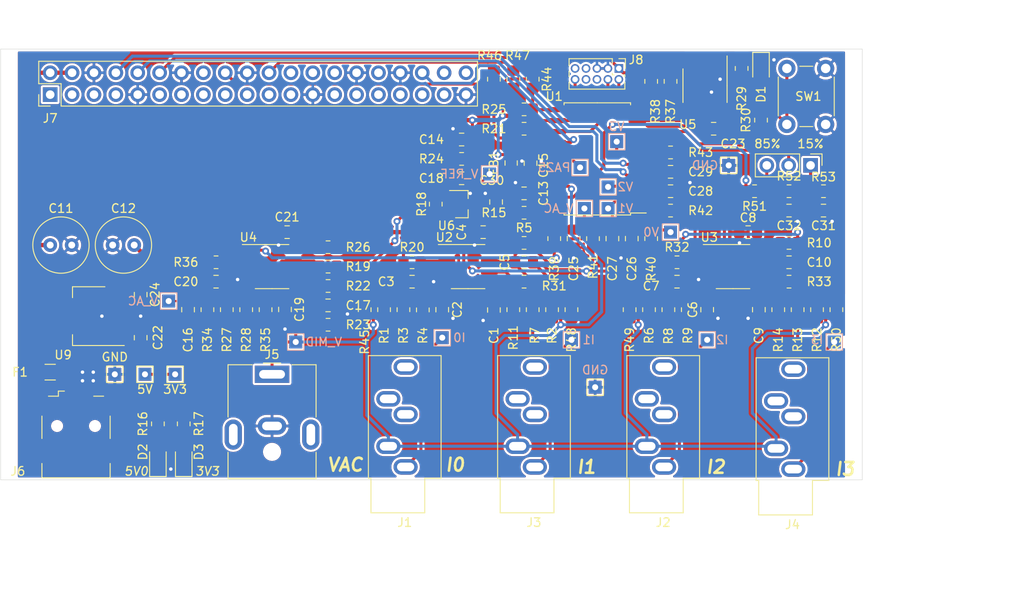
<source format=kicad_pcb>
(kicad_pcb (version 20211014) (generator pcbnew)
  (layers (0 "F.Cu" signal) (31 "B.Cu" signal) (34 "B.Paste" user) (35 "F.Paste" user) (36 "B.SilkS" user "B.Silkscreen") (37 "F.SilkS" user "F.Silkscreen") (38 "B.Mask" user) (39 "F.Mask" user) (44 "Edge.Cuts" user))
  (net 0 "")
  (net 1 "Net-(C1-Pad2)")
  (net 2 "Net-(C2-Pad2)")
  (net 3 "GND")
  (net 4 "Net-(C3-Pad1)")
  (net 5 "Net-(C4-Pad2)")
  (net 6 "Net-(C6-Pad2)")
  (net 7 "Net-(C7-Pad1)")
  (net 8 "Net-(C8-Pad2)")
  (net 9 "Net-(C9-Pad2)")
  (net 10 "Net-(C17-Pad1)")
  (net 11 "Net-(C18-Pad1)")
  (net 12 "Net-(C21-Pad1)")
  (net 13 "+3V3")
  (net 14 "/V_REF")
  (net 15 "/V_MID")
  (net 16 "/UART_RX")
  (net 17 "/UART_TX")
  (net 30 "/SWCLK")
  (net 31 "/SWDIO")
  (net 32 "Net-(C19-Pad1)")
  (net 33 "Net-(C20-Pad2)")
  (net 36 "+5V")
  (net 37 "/SW")
  (net 38 "/LED")
  (net 39 "Net-(D1-Pad2)")
  (net 40 "Net-(R30-Pad2)")
  (net 65 "Net-(J1-PadS)")
  (net 66 "Net-(J2-PadS)")
  (net 67 "Net-(J3-PadS)")
  (net 68 "Net-(J4-PadS)")
  (net 69 "Net-(C5-Pad1)")
  (net 70 "Net-(C10-Pad1)")
  (net 71 "/I_CHAN_0")
  (net 72 "/I_CHAN_1")
  (net 73 "/I_CHAN_3")
  (net 74 "/V_AC")
  (net 75 "/I_CHAN_2")
  (net 76 "Net-(D2-Pad2)")
  (net 77 "Net-(D3-Pad2)")
  (net 78 "Net-(F1-Pad2)")
  (net 79 "/~{RST}")
  (net 84 "Net-(R19-Pad2)")
  (net 85 "Net-(R20-Pad2)")
  (net 86 "Net-(R31-Pad2)")
  (net 87 "Net-(R32-Pad2)")
  (net 88 "Net-(R33-Pad2)")
  (net 89 "Net-(C16-Pad2)")
  (net 90 "Net-(C16-Pad1)")
  (net 91 "Net-(R27-Pad1)")
  (net 92 "Net-(R36-Pad2)")
  (net 93 "/SDA")
  (net 94 "/SCL")
  (net 95 "Net-(C3-Pad2)")
  (net 96 "Net-(C5-Pad2)")
  (net 97 "Net-(C7-Pad2)")
  (net 98 "Net-(C10-Pad2)")
  (net 99 "Net-(C20-Pad1)")
  (net 100 "Net-(C15-Pad1)")
  (net 101 "Net-(TP20-Pad1)")
  (net 102 "Net-(C30-Pad1)")
  (net 103 "Net-(J7-Pad22)")
  (net 104 "Net-(J7-Pad18)")
  (net 105 "Net-(J7-Pad12)")
  (net 106 "/EXTINT")
  (net 107 "/V_0.15")
  (net 108 "/V_0.85")
  (footprint "Capacitor_SMD:C_0805_2012Metric_Pad1.18x1.45mm_HandSolder" (layer "F.Cu") (at 105.5 122.25)
    (fp_text reference "C17")
    (fp_text value "100n")
  )
  (footprint "Capacitor_SMD:C_0805_2012Metric_Pad1.18x1.45mm_HandSolder" (layer "F.Cu") (at 100.75 113.75 180)
    (fp_text reference "C21")
    (fp_text value "100n")
  )
  (footprint "Resistor_SMD:R_0805_2012Metric_Pad1.20x1.40mm_HandSolder" (layer "F.Cu") (at 159 115)
    (fp_text reference "R10")
    (fp_text value "10R")
  )
  (footprint "Resistor_SMD:R_0805_2012Metric_Pad1.20x1.40mm_HandSolder" (layer "F.Cu") (at 105.5 120)
    (fp_text reference "R22")
    (fp_text value "47K")
  )
  (footprint "Resistor_SMD:R_0805_2012Metric_Pad1.20x1.40mm_HandSolder" (layer "F.Cu") (at 105.5 124.5 180)
    (fp_text reference "R23")
    (fp_text value "47K")
  )
  (footprint "Resistor_SMD:R_0805_2012Metric_Pad1.20x1.40mm_HandSolder" (layer "F.Cu") (at 105.5 115.5)
    (fp_text reference "R26")
    (fp_text value "10R")
  )
  (footprint "Connector_Audio:Jack_3.5mm_CUI_SJ1-3535NG_Horizontal" (layer "F.Cu") (at 144.5 141 180)
    (fp_text reference "J2")
    (fp_text value "AudioJack3_Ground_Switch")
  )
  (footprint "Connector_Audio:Jack_3.5mm_CUI_SJ1-3535NG_Horizontal" (layer "F.Cu") (at 114.5 141 180)
    (fp_text reference "J1")
    (fp_text value "AudioJack3_Ground_Switch")
  )
  (footprint "Capacitor_SMD:C_0805_2012Metric_Pad1.18x1.45mm_HandSolder" (layer "F.Cu") (at 154.25 113.75)
    (fp_text reference "C8")
    (fp_text value "100n")
  )
  (footprint "Connector_BarrelJack:BarrelJack_CUI_PJ-063AH_Horizontal" (layer "F.Cu") (at 99 130.25)
    (fp_text reference "J5")
    (fp_text value "Jack-DC")
  )
  (footprint "Capacitor_SMD:C_0805_2012Metric_Pad1.18x1.45mm_HandSolder" (layer "F.Cu") (at 92.5 119.5)
    (fp_text reference "C20")
    (fp_text value "10n")
  )
  (footprint "Connector_USB:USB_Mini-B_Wuerth_65100516121_Horizontal" (layer "F.Cu") (at 76.25 136.25)
    (fp_text reference "J6")
    (fp_text value "USB_B")
  )
  (footprint "Resistor_SMD:R_0805_2012Metric_Pad1.20x1.40mm_HandSolder" (layer "F.Cu") (at 112 122.75 90)
    (fp_text reference "R1")
    (fp_text value "22R")
  )
  (footprint "Resistor_SMD:R_0805_2012Metric_Pad1.20x1.40mm_HandSolder" (layer "F.Cu") (at 116.5 122.775 -90)
    (fp_text reference "R4")
    (fp_text value "15K")
  )
  (footprint "Capacitor_SMD:C_0805_2012Metric_Pad1.18x1.45mm_HandSolder" (layer "F.Cu") (at 118.75 122.75 90)
    (fp_text reference "C2")
    (fp_text value "4n7")
  )
  (footprint "Capacitor_SMD:C_0805_2012Metric_Pad1.18x1.45mm_HandSolder" (layer "F.Cu") (at 115.25 119.5)
    (fp_text reference "C3")
    (fp_text value "10n")
  )
  (footprint "Capacitor_SMD:C_0805_2012Metric_Pad1.18x1.45mm_HandSolder" (layer "F.Cu") (at 123.5 113.75)
    (fp_text reference "C4")
    (fp_text value "100n")
  )
  (footprint "Resistor_SMD:R_0805_2012Metric_Pad1.20x1.40mm_HandSolder" (layer "F.Cu") (at 128.25 115)
    (fp_text reference "R5")
    (fp_text value "10R")
  )
  (footprint "Resistor_SMD:R_0805_2012Metric_Pad1.20x1.40mm_HandSolder" (layer "F.Cu") (at 114.25 122.75 -90)
    (fp_text reference "R3")
    (fp_text value "24K")
  )
  (footprint "Capacitor_SMD:C_0805_2012Metric_Pad1.18x1.45mm_HandSolder" (layer "F.Cu") (at 83.75 126 90)
    (fp_text reference "C22")
    (fp_text value "2u2")
  )
  (footprint "Capacitor_SMD:C_0805_2012Metric_Pad1.18x1.45mm_HandSolder" (layer "F.Cu") (at 83.75 121 -90)
    (fp_text reference "C24")
    (fp_text value "2u2")
  )
  (footprint "Package_TO_SOT_SMD:SOT-223" (layer "F.Cu") (at 77.75 123.5 180)
    (fp_text reference "U9")
    (fp_text value "MCP1825S")
  )
  (footprint "LED_SMD:LED_0805_2012Metric_Pad1.15x1.40mm_HandSolder" (layer "F.Cu") (at 155.75 94.75 -90)
    (fp_text reference "D1")
    (fp_text value "LED")
  )
  (footprint "Resistor_SMD:R_0805_2012Metric_Pad1.20x1.40mm_HandSolder" (layer "F.Cu") (at 155.75 100.75 90)
    (fp_text reference "R30")
    (fp_text value "330R")
  )
  (footprint "Button_Switch_THT:SW_PUSH_6mm" (layer "F.Cu") (at 158.75 101.25 90)
    (fp_text reference "SW1")
    (fp_text value "SW_Push")
  )
  (footprint "Connector_PinHeader_2.54mm:PinHeader_2x20_P2.54mm_Vertical" (layer "F.Cu") (at 73.25 97.79 90)
    (fp_text reference "J7")
    (fp_text value "Raspberry_Pi_2_3")
  )
  (footprint "Resistor_SMD:R_0805_2012Metric_Pad1.20x1.40mm_HandSolder" (layer "F.Cu") (at 128.25 101.75)
    (fp_text reference "R21")
    (fp_text value "1K")
  )
  (footprint "Package_SO:SOIC-20W_7.5x12.8mm_P1.27mm" (layer "F.Cu") (at 136.75 105.25 180)
    (fp_text reference "U1")
    (fp_text value "ATSAMD11D14A-SS")
  )
  (footprint "Resistor_SMD:R_0805_2012Metric_Pad1.20x1.40mm_HandSolder" (layer "F.Cu") (at 128.25 99.5)
    (fp_text reference "R25")
    (fp_text value "10K")
  )
  (footprint "Capacitor_SMD:C_0805_2012Metric_Pad1.18x1.45mm_HandSolder" (layer "F.Cu") (at 100.5 122.725 -90)
    (fp_text reference "C19")
    (fp_text value "4n7")
  )
  (footprint "Connector_Audio:Jack_3.5mm_CUI_SJ1-3535NG_Horizontal" (layer "F.Cu") (at 159.5 141.25 180)
    (fp_text reference "J4")
    (fp_text value "AudioJack3_Ground_Switch")
  )
  (footprint "Capacitor_SMD:C_0805_2012Metric_Pad1.18x1.45mm_HandSolder" (layer "F.Cu") (at 124.75 122.7875 90)
    (fp_text reference "C1")
    (fp_text value "4n7")
  )
  (footprint "Capacitor_SMD:C_0805_2012Metric_Pad1.18x1.45mm_HandSolder" (layer "F.Cu") (at 128.25 117.25 180)
    (fp_text reference "C5")
    (fp_text value "10n")
  )
  (footprint "Capacitor_SMD:C_0805_2012Metric_Pad1.18x1.45mm_HandSolder" (layer "F.Cu") (at 155.5 122.75 90)
    (fp_text reference "C9")
    (fp_text value "4n7")
  )
  (footprint "Capacitor_SMD:C_0805_2012Metric_Pad1.18x1.45mm_HandSolder" (layer "F.Cu") (at 159 117.25 180)
    (fp_text reference "C10")
    (fp_text value "10n")
  )
  (footprint "Resistor_SMD:R_0805_2012Metric_Pad1.20x1.40mm_HandSolder" (layer "F.Cu") (at 131.5 122.75 90)
    (fp_text reference "R2")
    (fp_text value "22R")
  )
  (footprint "Resistor_SMD:R_0805_2012Metric_Pad1.20x1.40mm_HandSolder" (layer "F.Cu") (at 129.25 122.75 -90)
    (fp_text reference "R7")
    (fp_text value "24K")
  )
  (footprint "Resistor_SMD:R_0805_2012Metric_Pad1.20x1.40mm_HandSolder" (layer "F.Cu") (at 127 122.75 -90)
    (fp_text reference "R11")
    (fp_text value "15K")
  )
  (footprint "Resistor_SMD:R_0805_2012Metric_Pad1.20x1.40mm_HandSolder" (layer "F.Cu") (at 160 122.75 -90)
    (fp_text reference "R13")
    (fp_text value "24K")
  )
  (footprint "Resistor_SMD:R_0805_2012Metric_Pad1.20x1.40mm_HandSolder" (layer "F.Cu") (at 157.75 122.75 -90)
    (fp_text reference "R14")
    (fp_text value "15K")
  )
  (footprint "Package_SO:SOIC-8_3.9x4.9mm_P1.27mm" (layer "F.Cu") (at 99 117.75)
    (fp_text reference "U4")
    (fp_text value "MCP6002-xSN")
  )
  (footprint "Package_SO:SOIC-8_3.9x4.9mm_P1.27mm" (layer "F.Cu") (at 121.75 117.75)
    (fp_text reference "U2")
    (fp_text value "MCP6002-xSN")
  )
  (footprint "Package_SO:SOIC-8_3.9x4.9mm_P1.27mm" (layer "F.Cu") (at 152.5 117.75)
    (fp_text reference "U3")
    (fp_text value "MCP6002-xSN")
  )
  (footprint "Capacitor_THT:C_Radial_D6.3mm_H5.0mm_P2.50mm" (layer "F.Cu") (at 73.25 115.25)
    (fp_text reference "C11")
    (fp_text value "10u")
  )
  (footprint "Capacitor_SMD:C_0805_2012Metric_Pad1.18x1.45mm_HandSolder" (layer "F.Cu") (at 128.25 109.25 180)
    (fp_text reference "C13")
    (fp_text value "100n")
  )
  (footprint "Resistor_SMD:R_0805_2012Metric_Pad1.20x1.40mm_HandSolder" (layer "F.Cu") (at 128.25 111.5 180)
    (fp_text reference "R15")
    (fp_text value "10R")
  )
  (footprint "Capacitor_SMD:C_0805_2012Metric_Pad1.18x1.45mm_HandSolder" (layer "F.Cu") (at 89.25 122.75 -90)
    (fp_text reference "C16")
    (fp_text value "1u")
  )
  (footprint "Resistor_SMD:R_0805_2012Metric_Pad1.20x1.40mm_HandSolder" (layer "F.Cu") (at 91.5 122.75 -90)
    (fp_text reference "R34")
    (fp_text value "47K")
  )
  (footprint "Resistor_SMD:R_0805_2012Metric_Pad1.20x1.40mm_HandSolder" (layer "F.Cu") (at 92.5 117.25)
    (fp_text reference "R36")
    (fp_text value "0R")
  )
  (footprint "Resistor_SMD:R_0805_2012Metric_Pad1.20x1.40mm_HandSolder" (layer "F.Cu") (at 98.25 122.75 90)
    (fp_text reference "R35")
    (fp_text value "47K")
  )
  (footprint "Resistor_SMD:R_0805_2012Metric_Pad1.20x1.40mm_HandSolder" (layer "F.Cu") (at 93.75 122.75 90)
    (fp_text reference "R27")
    (fp_text value "24K")
  )
  (footprint "Resistor_SMD:R_0805_2012Metric_Pad1.20x1.40mm_HandSolder" (layer "F.Cu") (at 96 122.75 90)
    (fp_text reference "R28")
    (fp_text value "15K")
  )
  (footprint "Resistor_SMD:R_0805_2012Metric_Pad1.20x1.40mm_HandSolder" (layer "F.Cu") (at 153.5 94.75 90)
    (fp_text reference "R29")
    (fp_text value "330R")
  )
  (footprint "Capacitor_SMD:C_0805_2012Metric_Pad1.18x1.45mm_HandSolder" (layer "F.Cu") (at 129 105.75 90)
    (fp_text reference "C15")
    (fp_text value "100n")
  )
  (footprint "Capacitor_SMD:C_0805_2012Metric_Pad1.18x1.45mm_HandSolder" (layer "F.Cu") (at 121 107.5)
    (fp_text reference "C18")
    (fp_text value "100n")
  )
  (footprint "Resistor_SMD:R_0805_2012Metric_Pad1.20x1.40mm_HandSolder" (layer "F.Cu") (at 121 105.25)
    (fp_text reference "R24")
    (fp_text value "10R")
  )
  (footprint "Capacitor_SMD:C_0805_2012Metric_Pad1.18x1.45mm_HandSolder" (layer "F.Cu") (at 121 103 180)
    (fp_text reference "C14")
    (fp_text value "100n")
  )
  (footprint "Resistor_SMD:R_0805_2012Metric_Pad1.20x1.40mm_HandSolder" (layer "F.Cu") (at 118 110.5 90)
    (fp_text reference "R18")
    (fp_text value "0R")
  )
  (footprint "Connector_PinHeader_1.27mm:PinHeader_2x05_P1.27mm_Vertical" (layer "F.Cu") (at 139.25 94.75 -90)
    (fp_text reference "J8")
    (fp_text value "Conn_02x05_Odd_Even")
  )
  (footprint "Capacitor_THT:C_Radial_D6.3mm_H5.0mm_P2.50mm" (layer "F.Cu") (at 83 115.25 180)
    (fp_text reference "C12")
    (fp_text value "10u")
  )
  (footprint "Connector_Audio:Jack_3.5mm_CUI_SJ1-3535NG_Horizontal" (layer "F.Cu") (at 129.5 141 180)
    (fp_text reference "J3")
    (fp_text value "AudioJack3_Ground_Switch")
  )
  (footprint "LED_SMD:LED_0805_2012Metric_Pad1.15x1.40mm_HandSolder" (layer "F.Cu") (at 85.75 140.25 90)
    (fp_text reference "D2")
    (fp_text value "LED")
  )
  (footprint "Resistor_SMD:R_0805_2012Metric_Pad1.20x1.40mm_HandSolder" (layer "F.Cu") (at 85.75 136 -90)
    (fp_text reference "R16")
    (fp_text value "330R")
  )
  (footprint "Resistor_SMD:R_0805_2012Metric_Pad1.20x1.40mm_HandSolder" (layer "F.Cu") (at 88.75 136 -90)
    (fp_text reference "R17")
    (fp_text value "330R")
  )
  (footprint "LED_SMD:LED_0805_2012Metric_Pad1.15x1.40mm_HandSolder" (layer "F.Cu") (at 88.75 140.25 90)
    (fp_text reference "D3")
    (fp_text value "LED")
  )
  (footprint "Fuse:Fuse_1206_3216Metric_Pad1.42x1.75mm_HandSolder" (layer "F.Cu") (at 73.25 130)
    (fp_text reference "F1")
    (fp_text value "Fuse")
  )
  (footprint "Resistor_SMD:R_0805_2012Metric_Pad1.20x1.40mm_HandSolder" (layer "F.Cu") (at 105.5 117.75)
    (fp_text reference "R19")
    (fp_text value "0R")
  )
  (footprint "Resistor_SMD:R_0805_2012Metric_Pad1.20x1.40mm_HandSolder" (layer "F.Cu") (at 162.25 122.75 90)
    (fp_text reference "R12")
    (fp_text value "22R")
  )
  (footprint "Resistor_SMD:R_0805_2012Metric_Pad1.20x1.40mm_HandSolder" (layer "F.Cu") (at 128.25 119.5 180)
    (fp_text reference "R31")
    (fp_text value "0R")
  )
  (footprint "Resistor_SMD:R_0805_2012Metric_Pad1.20x1.40mm_HandSolder" (layer "F.Cu") (at 159 119.5 180)
    (fp_text reference "R33")
    (fp_text value "0R")
  )
  (footprint "Capacitor_SMD:C_0805_2012Metric_Pad1.18x1.45mm_HandSolder" (layer "F.Cu") (at 149.5 122.75 90)
    (fp_text reference "C6")
    (fp_text value "4n7")
  )
  (footprint "Resistor_SMD:R_0805_2012Metric_Pad1.20x1.40mm_HandSolder" (layer "F.Cu") (at 145 122.75 -90)
    (fp_text reference "R8")
    (fp_text value "24K")
  )
  (footprint "Resistor_SMD:R_0805_2012Metric_Pad1.20x1.40mm_HandSolder" (layer "F.Cu") (at 142.75 122.75 90)
    (fp_text reference "R6")
    (fp_text value "22R")
  )
  (footprint "Capacitor_SMD:C_0805_2012Metric_Pad1.18x1.45mm_HandSolder" (layer "F.Cu") (at 146 119.5)
    (fp_text reference "C7")
    (fp_text value "10n")
  )
  (footprint "Resistor_SMD:R_0805_2012Metric_Pad1.20x1.40mm_HandSolder" (layer "F.Cu") (at 147.25 122.75 -90)
    (fp_text reference "R9")
    (fp_text value "15K")
  )
  (footprint "Resistor_SMD:R_0805_2012Metric_Pad1.20x1.40mm_HandSolder" (layer "F.Cu") (at 146 117.25)
    (fp_text reference "R32")
    (fp_text value "0R")
  )
  (footprint "Capacitor_SMD:C_0805_2012Metric_Pad1.18x1.45mm_HandSolder" (layer "F.Cu") (at 134 114.5 90)
    (fp_text reference "C25")
    (fp_text value "10n")
  )
  (footprint "Capacitor_SMD:C_0805_2012Metric_Pad1.18x1.45mm_HandSolder" (layer "F.Cu") (at 138.5 114.5 90)
    (fp_text reference "C27")
    (fp_text value "10n")
  )
  (footprint "Capacitor_SMD:C_0805_2012Metric_Pad1.18x1.45mm_HandSolder" (layer "F.Cu") (at 145.25 109 180)
    (fp_text reference "C28")
    (fp_text value "10n")
  )
  (footprint "Capacitor_SMD:C_0805_2012Metric_Pad1.18x1.45mm_HandSolder" (layer "F.Cu") (at 145.25 106.75 180)
    (fp_text reference "C29")
    (fp_text value "10n")
  )
  (footprint "Resistor_SMD:R_0805_2012Metric_Pad1.20x1.40mm_HandSolder" (layer "F.Cu") (at 131.75 114.5 90)
    (fp_text reference "R39")
    (fp_text value "0R")
  )
  (footprint "Resistor_SMD:R_0805_2012Metric_Pad1.20x1.40mm_HandSolder" (layer "F.Cu") (at 143 114.5 -90)
    (fp_text reference "R40")
    (fp_text value "0R")
  )
  (footprint "Resistor_SMD:R_0805_2012Metric_Pad1.20x1.40mm_HandSolder" (layer "F.Cu") (at 136.25 114.5 -90)
    (fp_text reference "R41")
    (fp_text value "0R")
  )
  (footprint "Resistor_SMD:R_0805_2012Metric_Pad1.20x1.40mm_HandSolder" (layer "F.Cu") (at 145.25 111.25)
    (fp_text reference "R42")
    (fp_text value "0R")
  )
  (footprint "Resistor_SMD:R_0805_2012Metric_Pad1.20x1.40mm_HandSolder" (layer "F.Cu") (at 145.25 104.5)
    (fp_text reference "R43")
    (fp_text value "0R")
  )
  (footprint "Capacitor_SMD:C_0805_2012Metric_Pad1.18x1.45mm_HandSolder" (layer "F.Cu") (at 140.75 114.5 90)
    (fp_text reference "C26")
    (fp_text value "10n")
  )
  (footprint "Capacitor_SMD:C_0805_2012Metric_Pad1.18x1.45mm_HandSolder" (layer "F.Cu") (at 150.25 101.75 180)
    (fp_text reference "C23")
    (fp_text value "100n")
  )
  (footprint "Resistor_SMD:R_0805_2012Metric_Pad1.20x1.40mm_HandSolder" (layer "F.Cu") (at 145.25 96.25 -90)
    (fp_text reference "R37")
    (fp_text value "3K3")
  )
  (footprint "Resistor_SMD:R_0805_2012Metric_Pad1.20x1.40mm_HandSolder" (layer "F.Cu") (at 143 96.25 -90)
    (fp_text reference "R38")
    (fp_text value "3K3")
  )
  (footprint "Package_SO:SOIC-8_3.9x4.9mm_P1.27mm" (layer "F.Cu") (at 149.25 96.75 -90)
    (fp_text reference "U5")
    (fp_text value "24LC08")
  )
  (footprint "Inductor_SMD:L_0805_2012Metric_Pad1.15x1.40mm_HandSolder" (layer "F.Cu") (at 126.75 105.725 -90)
    (fp_text reference "FB1")
    (fp_text value "FerriteBead_Small")
  )
  (footprint "TestPoint:TestPoint_THTPad_1.5x1.5mm_Drill0.7mm" (layer "F.Cu") (at 84.25 130.25)
    (fp_text reference "TP1" hide)
    (fp_text value "5V")
  )
  (footprint "TestPoint:TestPoint_THTPad_1.5x1.5mm_Drill0.7mm" (layer "F.Cu") (at 87.75 130.25)
    (fp_text reference "TP2" hide)
    (fp_text value "3V3")
  )
  (footprint "TestPoint:TestPoint_THTPad_1.5x1.5mm_Drill0.7mm" (layer "F.Cu") (at 152 106)
    (fp_text reference "TP17" hide)
    (fp_text value "GND")
  )
  (footprint "TestPoint:TestPoint_THTPad_1.5x1.5mm_Drill0.7mm" (layer "F.Cu") (at 136.5 131.75)
    (fp_text reference "TP18" hide)
    (fp_text value "GND")
  )
  (footprint "TestPoint:TestPoint_THTPad_1.5x1.5mm_Drill0.7mm" (layer "F.Cu") (at 80.75 130.25)
    (fp_text reference "TP16" hide)
    (fp_text value "GND")
  )
  (footprint "Capacitor_SMD:C_0805_2012Metric_Pad1.18x1.45mm_HandSolder" (layer "F.Cu") (at 125 110.25 90)
    (fp_text reference "C30")
    (fp_text value "2u2")
  )
  (footprint "Resistor_SMD:R_0805_2012Metric_Pad1.20x1.40mm_HandSolder" (layer "F.Cu") (at 115.25 117.25)
    (fp_text reference "R20")
    (fp_text value "0R")
  )
  (footprint "Resistor_SMD:R_0805_2012Metric_Pad1.20x1.40mm_HandSolder" (layer "F.Cu") (at 127 96 -90)
    (fp_text reference "R47")
    (fp_text value "1K")
  )
  (footprint "Resistor_SMD:R_0805_2012Metric_Pad1.20x1.40mm_HandSolder" (layer "F.Cu") (at 129.25 96 -90)
    (fp_text reference "R44")
    (fp_text value "1K")
  )
  (footprint "Resistor_SMD:R_0805_2012Metric_Pad1.20x1.40mm_HandSolder" (layer "F.Cu") (at 124.75 96 -90)
    (fp_text reference "R46")
    (fp_text value "1K")
  )
  (footprint "Resistor_SMD:R_0805_2012Metric_Pad1.20x1.40mm_HandSolder" (layer "F.Cu") (at 109.75 122.75 90)
    (fp_text reference "R45")
    (fp_text value "22R")
  )
  (footprint "Resistor_SMD:R_0805_2012Metric_Pad1.20x1.40mm_HandSolder" (layer "F.Cu") (at 133.75 122.75 90)
    (fp_text reference "R48")
    (fp_text value "22R")
  )
  (footprint "Resistor_SMD:R_0805_2012Metric_Pad1.20x1.40mm_HandSolder" (layer "F.Cu") (at 140.5 122.75 90)
    (fp_text reference "R49")
    (fp_text value "22R")
  )
  (footprint "Resistor_SMD:R_0805_2012Metric_Pad1.20x1.40mm_HandSolder" (layer "F.Cu") (at 164.5 122.75 90)
    (fp_text reference "R50")
    (fp_text value "22R")
  )
  (footprint "Package_TO_SOT_SMD:SOT-23" (layer "F.Cu") (at 121 110.5)
    (fp_text reference "U6")
    (fp_text value "REF3012")
  )
  (footprint "Connector_PinHeader_2.54mm:PinHeader_1x03_P2.54mm_Vertical" (layer "F.Cu") (at 161.5 106 -90)
    (fp_text reference "J9" hide)
    (fp_text value "Conn_01x03_Male")
  )
  (footprint "Resistor_SMD:R_0805_2012Metric_Pad1.20x1.40mm_HandSolder" (layer "F.Cu") (at 155 109)
    (fp_text reference "R51")
    (fp_text value "10K")
  )
  (footprint "Resistor_SMD:R_0805_2012Metric_Pad1.20x1.40mm_HandSolder" (layer "F.Cu") (at 159 109)
    (fp_text reference "R52")
    (fp_text value "47K")
  )
  (footprint "Resistor_SMD:R_0805_2012Metric_Pad1.20x1.40mm_HandSolder" (layer "F.Cu") (at 163 109)
    (fp_text reference "R53")
    (fp_text value "10K")
  )
  (footprint "Capacitor_SMD:C_0805_2012Metric_Pad1.18x1.45mm_HandSolder" (layer "F.Cu") (at 163 111.25)
    (fp_text reference "C31")
    (fp_text value "100n")
  )
  (footprint "Capacitor_SMD:C_0805_2012Metric_Pad1.18x1.45mm_HandSolder" (layer "F.Cu") (at 159 111.25)
    (fp_text reference "C32")
    (fp_text value "100n")
  )
  (footprint "TestPoint:TestPoint_THTPad_1.5x1.5mm_Drill0.7mm" (layer "B.Cu") (at 118.75 126)
    (fp_text reference "TP3" hide)
    (fp_text value "Ix_RAW")
  )
  (footprint "TestPoint:TestPoint_THTPad_1.5x1.5mm_Drill0.7mm" (layer "B.Cu") (at 133.75 126.25)
    (fp_text reference "TP4" hide)
    (fp_text value "Iy_RAW")
  )
  (footprint "TestPoint:TestPoint_THTPad_1.5x1.5mm_Drill0.7mm" (layer "B.Cu") (at 145.25 113.75)
    (fp_text reference "TP5" hide)
    (fp_text value "Vx")
  )
  (footprint "TestPoint:TestPoint_THTPad_1.5x1.5mm_Drill0.7mm" (layer "B.Cu") (at 138 111)
    (fp_text reference "TP6" hide)
    (fp_text value "Vy")
  )
  (footprint "TestPoint:TestPoint_THTPad_1.5x1.5mm_Drill0.7mm" (layer "B.Cu") (at 149.5 126.25)
    (fp_text reference "TP7" hide)
    (fp_text value "Ix_RAW")
  )
  (footprint "TestPoint:TestPoint_THTPad_1.5x1.5mm_Drill0.7mm" (layer "B.Cu") (at 164.25 126.5)
    (fp_text reference "TP8" hide)
    (fp_text value "Iy_RAW")
  )
  (footprint "TestPoint:TestPoint_THTPad_1.5x1.5mm_Drill0.7mm" (layer "B.Cu") (at 138 108.5)
    (fp_text reference "TP9" hide)
    (fp_text value "Vx")
  )
  (footprint "TestPoint:TestPoint_THTPad_1.5x1.5mm_Drill0.7mm" (layer "B.Cu") (at 139 103.25)
    (fp_text reference "TP10" hide)
    (fp_text value "Vy")
  )
  (footprint "TestPoint:TestPoint_THTPad_1.5x1.5mm_Drill0.7mm" (layer "B.Cu") (at 87 121.75)
    (fp_text reference "TP11" hide)
    (fp_text value "VAC_RAW")
  )
  (footprint "TestPoint:TestPoint_THTPad_1.5x1.5mm_Drill0.7mm" (layer "B.Cu") (at 124.25 107)
    (fp_text reference "TP15" hide)
    (fp_text value "VREF")
  )
  (footprint "TestPoint:TestPoint_THTPad_1.5x1.5mm_Drill0.7mm" (layer "B.Cu") (at 101.75 126.5)
    (fp_text reference "TP14" hide)
    (fp_text value "VMID_BUF")
  )
  (footprint "TestPoint:TestPoint_THTPad_1.5x1.5mm_Drill0.7mm" (layer "B.Cu") (at 134.75 106.25)
    (fp_text reference "TP20" hide)
    (fp_text value "PA25")
  )
  (footprint "TestPoint:TestPoint_THTPad_1.5x1.5mm_Drill0.7mm" (layer "B.Cu") (at 135.25 111)
    (fp_text reference "TP13" hide)
    (fp_text value "VAC")
  )
  (gr_line (start 67.5 92.5) (end 67.5 142.5) (layer "Edge.Cuts") (width 0.05))
  (gr_line (start 167.5 92.5) (end 67.5 92.5) (layer "Edge.Cuts") (width 0.05))
  (gr_line (start 167.5 142.5) (end 167.5 92.5) (layer "Edge.Cuts") (width 0.05))
  (gr_line (start 67.5 142.5) (end 167.5 142.5) (layer "Edge.Cuts") (width 0.05))
  (gr_text "emon-pi-sam v0.1dev\nawjlogan 2021" (at 80.5 104.5) (layer "F.Cu") (effects (font (size 1.5 1.5) (thickness 0.3) italic) (justify left)))
  (gr_text "PA25" (at 131.75 106.25) (layer "B.SilkS") (effects (font (size 1 1)) (justify mirror)))
  (gr_text "V2" (at 140 108.5) (layer "B.SilkS") (effects (font (size 1 1)) (justify mirror)))
  (gr_text "V1" (at 140 111) (layer "B.SilkS") (effects (font (size 1 1)) (justify mirror)))
  (gr_text "V_AC" (at 132.25 111) (layer "B.SilkS") (effects (font (size 1 1)) (justify mirror)))
  (gr_text "V_REF" (at 120.75 107) (layer "B.SilkS") (effects (font (size 1 1)) (justify mirror)))
  (gr_text "GND" (at 149.25 106) (layer "B.SilkS") (effects (font (size 1 1)) (justify mirror)))
  (gr_text "V_MID" (at 105 126.5) (layer "B.SilkS") (effects (font (size 1 1)) (justify mirror)))
  (gr_text "I0" (at 120.75 126) (layer "B.SilkS") (effects (font (size 1 1)) (justify mirror)))
  (gr_text "I1" (at 135.75 126.25) (layer "B.SilkS") (effects (font (size 1 1)) (justify mirror)))
  (gr_text "I2" (at 151.25 126.25) (layer "B.SilkS") (effects (font (size 1 1)) (justify mirror)))
  (gr_text "I3" (at 162.25 126.25) (layer "B.SilkS") (effects (font (size 1 1)) (justify mirror)))
  (gr_text "GND" (at 136.5 129.75) (layer "B.SilkS") (effects (font (size 1 1)) (justify mirror)))
  (gr_text "V_AC" (at 84 121.75) (layer "B.SilkS") (effects (font (size 1 1)) (justify mirror)))
  (gr_text "V0" (at 143 113.75) (layer "B.SilkS") (effects (font (size 1 1)) (justify mirror)))
  (gr_text "V3" (at 139 101.5) (layer "B.SilkS") (effects (font (size 1 1)) (justify mirror)))
  (gr_text "I1" (at 135.5 141) (layer "F.SilkS") (effects (font (size 1.5 1.5) (thickness 0.3) italic)))
  (gr_text "I2" (at 150.5 141) (layer "F.SilkS") (effects (font (size 1.5 1.5) (thickness 0.3) italic)))
  (gr_text "I3" (at 165.5 141.25) (layer "F.SilkS") (effects (font (size 1.5 1.5) (thickness 0.3) italic)))
  (gr_text "85%" (at 156.5 103.5) (layer "F.SilkS") (effects (font (size 1 1))))
  (gr_text "I0" (at 120.25 140.75) (layer "F.SilkS") (effects (font (size 1.5 1.5) (thickness 0.3) italic)))
  (gr_text "3V3" (at 91.5 141.5) (layer "F.SilkS") (effects (font (size 1 1) (thickness 0.15) italic)))
  (gr_text "5V0" (at 83.25 141.5) (layer "F.SilkS") (effects (font (size 1 1) (thickness 0.15) italic)))
  (gr_text "VAC" (at 107.5 140.75) (layer "F.SilkS") (effects (font (size 1.5 1.5) (thickness 0.3) italic)))
  (gr_text "15%" (at 161.5 103.5) (layer "F.SilkS") (effects (font (size 1 1))))
  (segment (start 124.75 121.75) (end 127 121.75) (width 0.35) (layer "F.Cu") (net 1))
  (segment (start 124.325 121.325) (end 124.75 121.75) (width 0.35) (layer "F.Cu") (net 1))
  (segment (start 124.325 119.655) (end 124.325 121.325) (width 0.35) (layer "F.Cu") (net 1))
  (segment (start 119.175 118.385) (end 120.385 118.385) (width 0.35) (layer "F.Cu") (net 2))
  (segment (start 120.385 118.385) (end 120.75 118.75) (width 0.35) (layer "F.Cu") (net 2))
  (segment (start 118.7 121.775) (end 118.75 121.725) (width 0.35) (layer "F.Cu") (net 2))
  (segment (start 120.75 121.5) (end 120.525 121.725) (width 0.35) (layer "F.Cu") (net 2))
  (segment (start 120.75 118.75) (end 120.75 121.5) (width 0.35) (layer "F.Cu") (net 2))
  (segment (start 116.5 121.775) (end 118.7 121.775) (width 0.35) (layer "F.Cu") (net 2))
  (segment (start 120.525 121.725) (end 118.75 121.725) (width 0.35) (layer "F.Cu") (net 2))
  (segment (start 148.615 94.275) (end 149.885 94.275) (width 0.35) (layer "F.Cu") (net 3))
  (segment (start 99.725 115.225) (end 99.75 115.25) (width 0.35) (layer "F.Cu") (net 3))
  (segment (start 83.75 124.975) (end 83.75 123.5) (width 0.5) (layer "F.Cu") (net 3))
  (segment (start 123.7875 109.2125) (end 123.75 109.25) (width 0.25) (layer "F.Cu") (net 3))
  (segment (start 122 109.25) (end 122 110.5) (width 0.35) (layer "F.Cu") (net 3))
  (segment (start 122.5 115.25) (end 122.5 113.775) (width 0.35) (layer "F.Cu") (net 3))
  (segment (start 164.0375 111.25) (end 164.0375 112.4625) (width 0.35) (layer "F.Cu") (net 3))
  (segment (start 134 116.75) (end 134 115.5375) (width 0.35) (layer "F.Cu") (net 3))
  (segment (start 149.885 97.615) (end 150 97.5) (width 0.35) (layer "F.Cu") (net 3))
  (segment (start 130.25 105.5) (end 130.25 105) (width 0.35) (layer "F.Cu") (net 3))
  (segment (start 147.5 107.9625) (end 146.2875 106.75) (width 0.35) (layer "F.Cu") (net 3))
  (segment (start 139.5 116.75) (end 139.5 116.5375) (width 0.35) (layer "F.Cu") (net 3))
  (segment (start 147.5 108) (end 147.2875 108) (width 0.35) (layer "F.Cu") (net 3))
  (segment (start 119.9625 103) (end 119.9625 101.7875) (width 0.35) (layer "F.Cu") (net 3))
  (segment (start 95.405 119.655) (end 95 119.25) (width 0.35) (layer "F.Cu") (net 3))
  (segment (start 118.75 123.775) (end 119.975 123.775) (width 0.35) (layer "F.Cu") (net 3))
  (segment (start 106.525 124.475) (end 106.5 124.5) (width 0.35) (layer "F.Cu") (net 3))
  (segment (start 83.75 122.025) (end 83.75 123.5) (width 0.5) (layer "F.Cu") (net 3))
  (segment (start 106.525 122.25) (end 106.525 123.225) (width 0.35) (layer "F.Cu") (net 3))
  (segment (start 100.5 123.75) (end 100.5 123.7625) (width 0.35) (layer "F.Cu") (net 3))
  (segment (start 119.975 123.775) (end 120 123.75) (width 0.35) (layer "F.Cu") (net 3))
  (segment (start 148.905 119.655) (end 148.5 119.25) (width 0.35) (layer "F.Cu") (net 3))
  (segment (start 154.25 123.75) (end 155.4625 123.75) (width 0.35) (layer "F.Cu") (net 3))
  (segment (start 157.225 93.725) (end 157.25 93.75) (width 0.35) (layer "F.Cu") (net 3))
  (segment (start 88.725 141.25) (end 88.75 141.275) (width 0.35) (layer "F.Cu") (net 3))
  (segment (start 122.025 109.225) (end 122 109.25) (width 0.35) (layer "F.Cu") (net 3))
  (segment (start 150.725 123.775) (end 150.75 123.75) (width 0.35) (layer "F.Cu") (net 3))
  (segment (start 164.0375 112.4625) (end 164 112.5) (width 0.35) (layer "F.Cu") (net 3))
  (segment (start 151.155 95.845) (end 151 96) (width 0.35) (layer "F.Cu") (net 3))
  (segment (start 96.425 119.655) (end 95.405 119.655) (width 0.35) (layer "F.Cu") (net 3))
  (segment (start 139.5375 116.75) (end 140.75 115.5375) (width 0.35) (layer "F.Cu") (net 3))
  (segment (start 147.5 108) (end 147.5 107.9625) (width 0.35) (layer "F.Cu") (net 3))
  (segment (start 127.2125 109.25) (end 127.2125 108.0375) (width 0.35) (layer "F.Cu") (net 3))
  (segment (start 129 104.7125) (end 128.7875 104.7125) (width 0.35) (layer "F.Cu") (net 3))
  (segment (start 128.7875 104.7125) (end 128 105.5) (width 0.35) (layer "F.Cu") (net 3))
  (segment (start 139.5 116.75) (end 139.5375 116.75) (width 0.35) (layer "F.Cu") (net 3))
  (segment (start 99.725 113.75) (end 99.725 115.225) (width 0.35) (layer "F.Cu") (net 3))
  (segment (start 106.525 123.225) (end 106.525 124.475) (width 0.35) (layer "F.Cu") (net 3))
  (segment (start 125 109.2125) (end 123.7875 109.2125) (width 0.25) (layer "F.Cu") (net 3))
  (segment (start 155.75 93.725) (end 157.225 93.725) (width 0.35) (layer "F.Cu") (net 3))
  (segment (start 130.635 105.885) (end 130.25 105.5) (width 0.35) (layer "F.Cu") (net 3))
  (segment (start 130.25 105) (end 129.9625 104.7125) (width 0.35) (layer "F.Cu") (net 3))
  (segment (start 129.9625 104.7125) (end 129 104.7125) (width 0.35) (layer "F.Cu") (net 3))
  (segment (start 153.25 113.775) (end 153.225 113.75) (width 0.35) (layer "F.Cu") (net 3))
  (segment (start 87.25 141.25) (end 88.725 141.25) (width 0.35) (layer "F.Cu") (net 3))
  (segment (start 160.0375 112.4625) (end 160 112.5) (width 0.35) (layer "F.Cu") (net 3))
  (segment (start 149.885 99.225) (end 149.885 97.615) (width 0.35) (layer "F.Cu") (net 3))
  (segment (start 149.925 119.655) (end 148.905 119.655) (width 0.35) (layer "F.Cu") (net 3))
  (segment (start 119.175 119.655) (end 117.905 119.655) (width 0.35) (layer "F.Cu") (net 3))
  (segment (start 149.5 123.775) (end 150.725 123.775) (width 0.35) (layer "F.Cu") (net 3))
  (segment (start 164 111.2125) (end 164.0375 111.25) (width 0.35) (layer "F.Cu") (net 3))
  (segment (start 132.1 105.885) (end 130.635 105.885) (width 0.35) (layer "F.Cu") (net 3))
  (segment (start 85.75 141.275) (end 87.225 141.275) (width 0.35) (layer "F.Cu") (net 3))
  (segment (start 149.885 94.275) (end 151.155 94.275) (width 0.35) (layer "F.Cu") (net 3))
  (segment (start 147.345 94.275) (end 148.615 94.275) (width 0.35) (layer "F.Cu") (net 3))
  (segment (start 164 109) (end 164 111.2125) (width 0.35) (layer "F.Cu") (net 3))
  (segment (start 149.885 101.0775) (end 149.2125 101.75) (width 0.35) (layer "F.Cu") (net 3))
  (segment (start 124.675 123.75) (end 124.75 123.825) (width 0.35) (layer "F.Cu") (net 3))
  (segment (start 153.2125 114.9625) (end 153.25 115) (width 0.35) (layer "F.Cu") (net 3))
  (segment (start 155.4625 123.75) (end 155.5 123.7875) (width 0.35) (layer "F.Cu") (net 3))
  (segment (start 117.905 119.655) (end 117.75 119.5) (width 0.35) (layer "F.Cu") (net 3))
  (segment (start 100.5 123.7625) (end 100.5 125) (width 0.35) (layer "F.Cu") (net 3))
  (segment (start 123.675 123.825) (end 123.5 124) (width 0.35) (layer "F.Cu") (net 3))
  (segment (start 124.75 123.825) (end 123.675 123.825) (width 0.35) (layer "F.Cu") (net 3))
  (segment (start 107.725 123.225) (end 107.75 123.25) (width 0.35) (layer "F.Cu") (net 3))
  (segment (start 87.225 141.275) (end 87.25 141.25) (width 0.35) (layer "F.Cu") (net 3))
  (segment (start 160.0375 111.25) (end 160.0375 112.4625) (width 0.35) (layer "F.Cu") (net 3))
  (segment (start 106.525 123.225) (end 107.725 123.225) (width 0.35) (layer "F.Cu") (net 3))
  (segment (start 122.025 107.5) (end 122.025 109.225) (width 0.35) (layer "F.Cu") (net 3))
  (segment (start 127.175 109.2125) (end 127.2125 109.25) (width 0.35) (layer "F.Cu") (net 3))
  (segment (start 147.2875 108) (end 146.2875 109) (width 0.35) (layer "F.Cu") (net 3))
  (segment (start 127.2125 108.0375) (end 127.25 108) (width 0.35) (layer "F.Cu") (net 3))
  (segment (start 151.155 94.275) (end 151.155 95.845) (width 0.35) (layer "F.Cu") (net 3))
  (segment (start 80.9 123.5) (end 79.25 123.5) (width 0.5) (layer "F.Cu") (net 3))
  (segment (start 119.9625 101.7875) (end 120 101.75) (width 0.35) (layer "F.Cu") (net 3))
  (segment (start 153.2125 113.75) (end 153.2125 114.9625) (width 0.35) (layer "F.Cu") (net 3))
  (segment (start 149.885 99.225) (end 149.885 101.0775) (width 0.35) (layer "F.Cu") (net 3))
  (segment (start 125 109.2125) (end 127.175 109.2125) (width 0.35) (layer "F.Cu") (net 3))
  (segment (start 139.5 116.5375) (end 138.5 115.5375) (width 0.35) (layer "F.Cu") (net 3))
  (segment (start 122.5 113.775) (end 122.475 113.75) (width 0.35) (layer "F.Cu") (net 3))
  (via (at 77 130) (size 0.8) (drill 0.4) (layers "F.Cu" "B.Cu") (net 3))
  (via (at 78.25 131) (size 0.8) (drill 0.4) (layers "F.Cu" "B.Cu") (net 3))
  (via (at 78.25 130) (size 0.8) (drill 0.4) (layers "F.Cu" "B.Cu") (net 3))
  (via (at 79.25 123.5) (size 0.8) (drill 0.4) (layers "F.Cu" "B.Cu") (net 3))
  (via (at 83.75 123.5) (size 0.8) (drill 0.4) (layers "F.Cu" "B.Cu") (net 3))
  (via (at 87.25 141.25) (size 0.8) (drill 0.4) (layers "F.Cu" "B.Cu") (net 3))
  (via (at 157.25 93.75) (size 0.8) (drill 0.4) (layers "F.Cu" "B.Cu") (net 3))
  (via (at 130.25 105.5) (size 0.8) (drill 0.4) (layers "F.Cu" "B.Cu") (net 3))
  (via (at 122 109.25) (size 0.8) (drill 0.4) (layers "F.Cu" "B.Cu") (net 3))
  (via (at 120 101.75) (size 0.8) (drill 0.4) (layers "F.Cu" "B.Cu") (net 3))
  (via (at 95 119.25) (size 0.8) (drill 0.4) (layers "F.Cu" "B.Cu") (net 3))
  (via (at 117.75 119.5) (size 0.8) (drill 0.4) (layers "F.Cu" "B.Cu") (net 3))
  (via (at 148.5 119.25) (size 0.8) (drill 0.4) (layers "F.Cu" "B.Cu") (net 3))
  (via (at 153.25 115) (size 0.8) (drill 0.4) (layers "F.Cu" "B.Cu") (net 3))
  (via (at 150 97.5) (size 0.8) (drill 0.4) (layers "F.Cu" "B.Cu") (net 3))
  (via (at 122.5 115.25) (size 0.8) (drill 0.4) (layers "F.Cu" "B.Cu") (net 3))
  (via (at 107.75 123.25) (size 0.8) (drill 0.4) (layers "F.Cu" "B.Cu") (net 3))
  (via (at 99.75 115.25) (size 0.8) (drill 0.4) (layers "F.Cu" "B.Cu") (net 3))
  (via (at 150.75 123.75) (size 0.8) (drill 0.4) (layers "F.Cu" "B.Cu") (net 3))
  (via (at 154.25 123.75) (size 0.8) (drill 0.4) (layers "F.Cu" "B.Cu") (net 3))
  (via (at 123.5 124) (size 0.8) (drill 0.4) (layers "F.Cu" "B.Cu") (net 3))
  (via (at 134 116.75) (size 0.8) (drill 0.4) (layers "F.Cu" "B.Cu") (net 3))
  (via (at 139.5 116.75) (size 0.8) (drill 0.4) (layers "F.Cu" "B.Cu") (net 3))
  (via (at 127.25 108) (size 0.8) (drill 0.4) (layers "F.Cu" "B.Cu") (net 3))
  (via (at 147.5 108) (size 0.8) (drill 0.4) (layers "F.Cu" "B.Cu") (net 3))
  (via (at 120 123.75) (size 0.8) (drill 0.4) (layers "F.Cu" "B.Cu") (net 3))
  (via (at 123.75 109.25) (size 0.8) (drill 0.4) (layers "F.Cu" "B.Cu") (net 3))
  (via (at 128 105.5) (size 0.8) (drill 0.4) (layers "F.Cu" "B.Cu") (net 3))
  (via (at 77 131) (size 0.8) (drill 0.4) (layers "F.Cu" "B.Cu") (net 3))
  (via (at 160 112.5) (size 0.8) (drill 0.4) (layers "F.Cu" "B.Cu") (net 3))
  (via (at 151 96) (size 0.8) (drill 0.4) (layers "F.Cu" "B.Cu") (net 3))
  (via (at 164 112.5) (size 0.8) (drill 0.4) (layers "F.Cu" "B.Cu") (net 3))
  (via (at 100.5 125) (size 0.8) (drill 0.4) (layers "F.Cu" "B.Cu") (net 3))
  (segment (start 114.25 121.75) (end 114.475 121.75) (width 0.35) (layer "F.Cu") (net 4))
  (segment (start 114.475 121.75) (end 116.5 123.775) (width 0.35) (layer "F.Cu") (net 4))
  (segment (start 114.225 119.5) (end 114.225 121.725) (width 0.35) (layer "F.Cu") (net 4))
  (segment (start 114.225 121.725) (end 114.25 121.75) (width 0.35) (layer "F.Cu") (net 4))
  (segment (start 126.405 115.845) (end 127.25 115) (width 0.35) (layer "F.Cu") (net 5))
  (segment (start 124.325 115.845) (end 124.325 113.95) (width 0.35) (layer "F.Cu") (net 5))
  (segment (start 124.325 115.845) (end 126.405 115.845) (width 0.35) (layer "F.Cu") (net 5))
  (segment (start 124.325 113.95) (end 124.525 113.75) (width 0.35) (layer "F.Cu") (net 5))
  (segment (start 147.25 121.75) (end 149.475 121.75) (width 0.35) (layer "F.Cu") (net 6))
  (segment (start 148.475 121.75) (end 148.5 121.725) (width 0.35) (layer "F.Cu") (net 6))
  (segment (start 151.135 118.385) (end 149.925 118.385) (width 0.35) (layer "F.Cu") (net 6))
  (segment (start 151.5 118.75) (end 151.135 118.385) (width 0.35) (layer "F.Cu") (net 6))
  (segment (start 150.7875 121.7125) (end 151.5 121) (width 0.35) (layer "F.Cu") (net 6))
  (segment (start 149.5 121.7125) (end 150.7875 121.7125) (width 0.35) (layer "F.Cu") (net 6))
  (segment (start 151.5 121) (end 151.5 118.75) (width 0.35) (layer "F.Cu") (net 6))
  (segment (start 145.25 121.75) (end 147.25 123.75) (width 0.35) (layer "F.Cu") (net 7))
  (segment (start 145 121.75) (end 145.25 121.75) (width 0.35) (layer "F.Cu") (net 7))
  (segment (start 145 119.525) (end 144.975 119.5) (width 0.35) (layer "F.Cu") (net 7))
  (segment (start 145 121.75) (end 145 119.525) (width 0.35) (layer "F.Cu") (net 7))
  (segment (start 157.155 115.845) (end 158 115) (width 0.35) (layer "F.Cu") (net 8))
  (segment (start 155.075 113.95) (end 155.275 113.75) (width 0.35) (layer "F.Cu") (net 8))
  (segment (start 155.075 115.845) (end 157.155 115.845) (width 0.35) (layer "F.Cu") (net 8))
  (segment (start 155.075 115.845) (end 155.075 113.95) (width 0.35) (layer "F.Cu") (net 8))
  (segment (start 155.5 121.7125) (end 157.7125 121.7125) (width 0.35) (layer "F.Cu") (net 9))
  (segment (start 157.7125 121.7125) (end 157.75 121.75) (width 0.35) (layer "F.Cu") (net 9))
  (segment (start 155.075 121.2875) (end 155.5 121.7125) (width 0.35) (layer "F.Cu") (net 9))
  (segment (start 155.075 119.655) (end 155.075 121.2875) (width 0.35) (layer "F.Cu") (net 9))
  (segment (start 101.575 119.655) (end 104.155 119.655) (width 0.35) (layer "F.Cu") (net 10))
  (segment (start 104.475 122.25) (end 104.475 120.025) (width 0.35) (layer "F.Cu") (net 10))
  (segment (start 104.5 122.275) (end 104.475 122.25) (width 0.35) (layer "F.Cu") (net 10))
  (segment (start 104.155 119.655) (end 104.5 120) (width 0.35) (layer "F.Cu") (net 10))
  (segment (start 104.5 124.5) (end 104.5 122.275) (width 0.35) (layer "F.Cu") (net 10))
  (segment (start 104.475 120.025) (end 104.5 120) (width 0.35) (layer "F.Cu") (net 10))
  (segment (start 118.05 109.55) (end 118 109.5) (width 0.35) (layer "F.Cu") (net 11))
  (segment (start 120 107.525) (end 119.975 107.5) (width 0.35) (layer "F.Cu") (net 11))
  (segment (start 120 109.55) (end 118.05 109.55) (width 0.35) (layer "F.Cu") (net 11))
  (segment (start 119.975 107.5) (end 119.975 105.275) (width 0.35) (layer "F.Cu") (net 11))
  (segment (start 119.9625 107.5) (end 119.9625 109.5125) (width 0.35) (layer "F.Cu") (net 11))
  (segment (start 119.9625 109.5125) (end 120 109.55) (width 0.35) (layer "F.Cu") (net 11))
  (segment (start 119.975 105.275) (end 120 105.25) (width 0.35) (layer "F.Cu") (net 11))
  (segment (start 101.775 113.75) (end 101.775 115.645) (width 0.35) (layer "F.Cu") (net 12))
  (segment (start 101.775 115.645) (end 101.575 115.845) (width 0.35) (layer "F.Cu") (net 12))
  (segment (start 101.575 115.845) (end 104.155 115.845) (width 0.35) (layer "F.Cu") (net 12))
  (segment (start 104.155 115.845) (end 104.5 115.5) (width 0.35) (layer "F.Cu") (net 12))
  (segment (start 83.75 119.9625) (end 85.0375 119.9625) (width 0.5) (layer "F.Cu") (net 13))
  (segment (start 129.25 115) (end 129.72501 114.52499) (width 0.35) (layer "F.Cu") (net 13))
  (segment (start 87.5 117.5) (end 87.5 113.5) (width 0.5) (layer "F.Cu") (net 13))
  (segment (start 112.25 101.5) (end 112.850001 100.899999) (width 0.5) (layer "F.Cu") (net 13))
  (segment (start 126.84999 113.84999) (end 128.09999 113.84999) (width 0.5) (layer "F.Cu") (net 13))
  (segment (start 125.25 104.75) (end 126.7 104.75) (width 0.35) (layer "F.Cu") (net 13))
  (segment (start 122.25 100.75) (end 113 100.75) (width 0.5) (layer "F.Cu") (net 13))
  (segment (start 88.75 135) (end 88.75 133.75) (width 0.35) (layer "F.Cu") (net 13))
  (segment (start 145.25 95.25) (end 146.25 95.25) (width 0.35) (layer "F.Cu") (net 13))
  (segment (start 111.5 111) (end 112 111.5) (width 0.5) (layer "F.Cu") (net 13))
  (segment (start 144.058901 114.875001) (end 146.300001 114.875001) (width 0.35) (layer "F.Cu") (net 13))
  (segment (start 88.75 133.75) (end 88 133) (width 0.35) (layer "F.Cu") (net 13))
  (segment (start 90 111) (end 106.25 111) (width 0.5) (layer "F.Cu") (net 13))
  (segment (start 111.5 111) (end 112 110.5) (width 0.5) (layer "F.Cu") (net 13))
  (segment (start 109.5 115.5) (end 112 113) (width 0.5) (layer "F.Cu") (net 13))
  (segment (start 85.0375 119.9625) (end 87.5 117.5) (width 0.5) (layer "F.Cu") (net 13))
  (segment (start 121.835044 112.57499) (end 125.57499 112.57499) (width 0.5) (layer "F.Cu") (net 13))
  (segment (start 86.5 132.5) (end 86.5 130.25) (width 0.35) (layer "F.Cu") (net 13))
  (segment (start 151.155 99.225) (end 151.155 101.6175) (width 0.35) (layer "F.Cu") (net 13))
  (segment (start 151.155 97.507998) (end 151.155 99.225) (width 0.35) (layer "F.Cu") (net 13))
  (segment (start 125.82501 96.49109) (end 126.34109 95.97501) (width 0.35) (layer "F.Cu") (net 13))
  (segment (start 126.34109 95.97501) (end 131.649988 95.97501) (width 0.35) (layer "F.Cu") (net 13))
  (segment (start 131.649988 95.97501) (end 133.874998 93.75) (width 0.35) (layer "F.Cu") (net 13))
  (segment (start 86.5 127) (end 85.75 126.25) (width 0.35) (layer "F.Cu") (net 13))
  (segment (start 133.874998 93.75) (end 138.25 93.75) (width 0.35) (layer "F.Cu") (net 13))
  (segment (start 112 111.5) (end 112 113) (width 0.5) (layer "F.Cu") (net 13))
  (segment (start 86.5 130.25) (end 87.75 130.25) (width 0.35) (layer "F.Cu") (net 13))
  (segment (start 83.75 119.975) (end 83.75 116) (width 0.5) (layer "F.Cu") (net 13))
  (segment (start 87 133) (end 86.5 132.5) (width 0.35) (layer "F.Cu") (net 13))
  (segment (start 149.346992 95.69999) (end 151.155 97.507998) (width 0.35) (layer "F.Cu") (net 13))
  (segment (start 122.25 102.7875) (end 122.0375 103) (width 0.35) (layer "F.Cu") (net 13))
  (segment (start 112 113) (end 112.75 113.75) (width 0.5) (layer "F.Cu") (net 13))
  (segment (start 138.25 93.75) (end 139.25 94.75) (width 0.35) (layer "F.Cu") (net 13))
  (segment (start 85.75 120.75) (end 84.975 119.975) (width 0.35) (layer "F.Cu") (net 13))
  (segment (start 112.75 113.75) (end 120.660034 113.75) (width 0.5) (layer "F.Cu") (net 13))
  (segment (start 151.155 101.6175) (end 151.2875 101.75) (width 0.35) (layer "F.Cu") (net 13))
  (segment (start 125.75 100.25) (end 126.5 100.25) (width 0.5) (layer "F.Cu") (net 13))
  (segment (start 112 101.75) (end 112.25 101.5) (width 0.5) (layer "F.Cu") (net 13))
  (segment (start 160 115) (end 160 113.75) (width 0.35) (layer "F.Cu") (net 13))
  (segment (start 85.75 126.25) (end 85.75 120.75) (width 0.35) (layer "F.Cu") (net 13))
  (segment (start 87.5 113.5) (end 90 111) (width 0.5) (layer "F.Cu") (net 13))
  (segment (start 126.5 100.25) (end 127.25 99.5) (width 0.5) (layer "F.Cu") (net 13))
  (segment (start 143 95.25) (end 139.75 95.25) (width 0.35) (layer "F.Cu") (net 13))
  (segment (start 127.25 101.75) (end 127.25 99.5) (width 0.35) (layer "F.Cu") (net 13))
  (segment (start 106.5 111) (end 107.75 111) (width 0.5) (layer "F.Cu") (net 13))
  (segment (start 83.75 116) (end 83 115.25) (width 0.5) (layer "F.Cu") (net 13))
  (segment (start 84.975 119.975) (end 83.75 119.975) (width 0.35) (layer "F.Cu") (net 13))
  (segment (start 120.660034 113.75) (end 121.835044 112.57499) (width 0.5) (layer "F.Cu") (net 13))
  (segment (start 147 114.175002) (end 147 114) (width 0.35) (layer "F.Cu") (net 13))
  (segment (start 125.57499 112.57499) (end 126.84999 113.84999) (width 0.5) (layer "F.Cu") (net 13))
  (segment (start 125.82501 100.17499) (end 125.82501 96.49109) (width 0.35) (layer "F.Cu") (net 13))
  (segment (start 113 100.75) (end 112.25 101.5) (width 0.5) (layer "F.Cu") (net 13))
  (segment (start 129.72501 114.52499) (end 143.70889 114.52499) (width 0.35) (layer "F.Cu") (net 13))
  (segment (start 82.125 119.975) (end 80.9 121.2) (width 0.5) (layer "F.Cu") (net 13))
  (segment (start 122 103.0375) (end 122.0375 103) (width 0.35) (layer "F.Cu") (net 13))
  (segment (start 122.25 100.75) (end 122.25 102.7875) (width 0.35) (layer "F.Cu") (net 13))
  (segment (start 126.7 104.75) (end 126.75 104.7) (width 0.35) (layer "F.Cu") (net 13))
  (segment (start 88 133) (end 87 133) (width 0.35) (layer "F.Cu") (net 13))
  (segment (start 143 95.25) (end 145.25 95.25) (width 0.35) (layer "F.Cu") (net 13))
  (segment (start 143.70889 114.52499) (end 144.058901 114.875001) (width 0.35) (layer "F.Cu") (net 13))
  (segment (start 107.75 111) (end 111.5 111) (width 0.5) (layer "F.Cu") (net 13))
  (segment (start 125.75 100.25) (end 125.82501 100.17499) (width 0.35) (layer "F.Cu") (net 13))
  (segment (start 112 110.5) (end 112 101.75) (width 0.5) (layer "F.Cu") (net 13))
  (segment (start 86.5 130.25) (end 86.5 127) (width 0.35) (layer "F.Cu") (net 13))
  (segment (start 106.25 111) (end 106.5 111) (width 0.5) (layer "F.Cu") (net 13))
  (segment (start 146.25 95.25) (end 146.69999 95.69999) (width 0.35) (layer "F.Cu") (net 13))
  (segment (start 106.5 115.5) (end 109.5 115.5) (width 0.5) (layer "F.Cu") (net 13))
  (segment (start 146.69999 95.69999) (end 149.346992 95.69999) (width 0.35) (layer "F.Cu") (net 13))
  (segment (start 122.100001 100.899999) (end 122.25 100.75) (width 0.5) (layer "F.Cu") (net 13))
  (segment (start 128.09999 113.84999) (end 129.25 115) (width 0.5) (layer "F.Cu") (net 13))
  (segment (start 139.75 95.25) (end 139.25 94.75) (width 0.35) (layer "F.Cu") (net 13))
  (segment (start 146.300001 114.875001) (end 147 114.175002) (width 0.35) (layer "F.Cu") (net 13))
  (segment (start 83.75 119.975) (end 82.125 119.975) (width 0.5) (layer "F.Cu") (net 13))
  (segment (start 122 105.25) (end 122 103.0375) (width 0.35) (layer "F.Cu") (net 13))
  (via (at 125.75 100.25) (size 0.8) (drill 0.4) (layers "F.Cu" "B.Cu") (net 13))
  (via (at 147 114) (size 0.8) (drill 0.4) (layers "F.Cu" "B.Cu") (net 13))
  (via (at 160 113.75) (size 0.8) (drill 0.4) (layers "F.Cu" "B.Cu") (net 13))
  (via (at 125.25 104.75) (size 0.8) (drill 0.4) (layers "F.Cu" "B.Cu") (net 13))
  (via (at 122.25 100.75) (size 0.8) (drill 0.4) (layers "F.Cu" "B.Cu") (net 13))
  (segment (start 125.25 100.75) (end 125.75 100.25) (width 0.5) (layer "B.Cu") (net 13))
  (segment (start 122.25 100.75) (end 125.25 100.75) (width 0.5) (layer "B.Cu") (net 13))
  (segment (start 125.25 100.75) (end 125.25 104.75) (width 0.35) (layer "B.Cu") (net 13))
  (segment (start 147 114) (end 159.75 114) (width 0.35) (layer "B.Cu") (net 13))
  (segment (start 159.75 114) (end 160 113.75) (width 0.35) (layer "B.Cu") (net 13))
  (segment (start 129.2875 109.25) (end 128.23749 110.30001) (width 0.25) (layer "F.Cu") (net 14))
  (segment (start 123.024999 109.598001) (end 123.024999 108.225001) (width 0.25) (layer "F.Cu") (net 14))
  (segment (start 154 107.75) (end 154 109) (width 0.35) (layer "F.Cu") (net 14))
  (segment (start 132.1 109.695) (end 129.7325 109.695) (width 0.35) (layer "F.Cu") (net 14))
  (segment (start 133.952002 109.695) (end 132.1 109.695) (width 0.35) (layer "F.Cu") (net 14))
  (segment (start 129.7325 109.695) (end 129.2875 109.25) (width 0.35) (layer "F.Cu") (net 14))
  (segment (start 129.25 109.2875) (end 129.2875 109.25) (width 0.35) (layer "F.Cu") (net 14))
  (segment (start 137.5 106.147002) (end 133.952002 109.695) (width 0.35) (layer "F.Cu") (net 14))
  (segment (start 137.5 102.25) (end 137.5 106.147002) (width 0.35) (layer "F.Cu") (net 14))
  (segment (start 128.23749 110.30001) (end 123.727008 110.30001) (width 0.25) (layer "F.Cu") (net 14))
  (segment (start 129.25 110.25) (end 129.25 109.2875) (width 0.35) (layer "F.Cu") (net 14))
  (segment (start 123.024999 108.225001) (end 124.25 107) (width 0.25) (layer "F.Cu") (net 14))
  (segment (start 123.727008 110.30001) (end 123.024999 109.598001) (width 0.25) (layer "F.Cu") (net 14))
  (segment (start 138.5 101.25) (end 137.5 102.25) (width 0.35) (layer "F.Cu") (net 14))
  (segment (start 129.25 111.5) (end 129.25 110.25) (width 0.35) (layer "F.Cu") (net 14))
  (via (at 138.5 101.25) (size 0.8) (drill 0.4) (layers "F.Cu" "B.Cu") (net 14))
  (via (at 154 107.75) (size 0.8) (drill 0.4) (layers "F.Cu" "B.Cu") (net 14))
  (segment (start 149 104) (end 146.25 101.25) (width 0.35) (layer "B.Cu") (net 14))
  (segment (start 154 107.75) (end 154 104.75) (width 0.35) (layer "B.Cu") (net 14))
  (segment (start 153.25 104) (end 149 104) (width 0.35) (layer "B.Cu") (net 14))
  (segment (start 154 104.75) (end 153.25 104) (width 0.35) (layer "B.Cu") (net 14))
  (segment (start 146.25 101.25) (end 138.5 101.25) (width 0.35) (layer "B.Cu") (net 14))
  (segment (start 163.25 124.5) (end 163.25 123.75) (width 0.35) (layer "F.Cu") (net 15))
  (segment (start 132.5 124.5) (end 132.5 123.75) (width 0.35) (layer "F.Cu") (net 15))
  (segment (start 162.25 123.75) (end 163.25 123.75) (width 0.35) (layer "F.Cu") (net 15))
  (segment (start 141.5 124.5) (end 141.5 123.75) (width 0.35) (layer "F.Cu") (net 15))
  (segment (start 101.75 126.5) (end 101.75 125.5) (width 0.35) (layer "F.Cu") (net 15))
  (segment (start 100.135 117.115) (end 99.75 117.5) (width 0.35) (layer "F.Cu") (net 15))
  (segment (start 163.5 123.75) (end 164.5 123.75) (width 0.35) (layer "F.Cu") (net 15))
  (segment (start 133.425 108.425) (end 133.75 108.75) (width 0.35) (layer "F.Cu") (net 15))
  (segment (start 99.75 117.5) (end 99.75 120.222169) (width 0.35) (layer "F.Cu") (net 15))
  (segment (start 102.25 125) (end 102.25 121.7411) (width 0.35) (layer "F.Cu") (net 15))
  (segment (start 109.75 123.75) (end 110.75 123.75) (width 0.35) (layer "F.Cu") (net 15))
  (segment (start 162.25 123.75) (end 163 123.75) (width 0.35) (layer "F.Cu") (net 15))
  (segment (start 101.475 117.115) (end 100.135 117.115) (width 0.35) (layer "F.Cu") (net 15))
  (segment (start 98.25 121.75) (end 98.4875 121.75) (width 0.35) (layer "F.Cu") (net 15))
  (segment (start 99.32501 122.82501) (end 98.25 121.75) (width 0.35) (layer "F.Cu") (net 15))
  (segment (start 100.252821 120.72499) (end 101.23389 120.72499) (width 0.35) (layer "F.Cu") (net 15))
  (segment (start 100 126.5) (end 99.39999 125.89999) (width 0.35) (layer "F.Cu") (net 15))
  (segment (start 99.39999 125.89999) (end 99.39999 123.39999) (width 0.35) (layer "F.Cu") (net 15))
  (segment (start 132.1 108.425) (end 133.425 108.425) (width 0.35) (layer "F.Cu") (net 15))
  (segment (start 110.75 123.75) (end 112 123.75) (width 0.35) (layer "F.Cu") (net 15))
  (segment (start 101.75 126.5) (end 100 126.5) (width 0.35) (layer "F.Cu") (net 15))
  (segment (start 163.25 123.75) (end 164.5 123.75) (width 0.35) (layer "F.Cu") (net 15))
  (segment (start 101.75 125.5) (end 102.25 125) (width 0.35) (layer "F.Cu") (net 15))
  (segment (start 110.75 124.5) (end 110.75 123.75) (width 0.35) (layer "F.Cu") (net 15))
  (segment (start 101.475 117.115) (end 100.5 117.115) (width 0.35) (layer "F.Cu") (net 15))
  (segment (start 103.865 117.115) (end 104.5 117.75) (width 0.35) (layer "F.Cu") (net 15))
  (segment (start 132.5 123.75) (end 133.75 123.75) (width 0.35) (layer "F.Cu") (net 15))
  (segment (start 99.39999 123.39999) (end 99.32501 123.32501) (width 0.35) (layer "F.Cu") (net 15))
  (segment (start 101.575 117.115) (end 103.865 117.115) (width 0.35) (layer "F.Cu") (net 15))
  (segment (start 102.25 121.7411) (end 101.23389 120.72499) (width 0.35) (layer "F.Cu") (net 15))
  (segment (start 99.32501 123.32501) (end 99.32501 122.82501) (width 0.35) (layer "F.Cu") (net 15))
  (segment (start 141.5 123.75) (end 142.75 123.75) (width 0.35) (layer "F.Cu") (net 15))
  (segment (start 131.5 123.75) (end 132.5 123.75) (width 0.35) (layer "F.Cu") (net 15))
  (segment (start 140.5 123.75) (end 141.25 123.75) (width 0.35) (layer "F.Cu") (net 15))
  (segment (start 141.25 123.75) (end 141.5 123.75) (width 0.35) (layer "F.Cu") (net 15))
  (segment (start 99.75 120.222169) (end 100.252821 120.72499) (width 0.35) (layer "F.Cu") (net 15))
  (via (at 141.5 124.5) (size 0.8) (drill 0.4) (layers "F.Cu" "B.Cu") (net 15))
  (via (at 163.25 124.5) (size 0.8) (drill 0.4) (layers "F.Cu" "B.Cu") (net 15))
  (via (at 132.5 124.5) (size 0.8) (drill 0.4) (layers "F.Cu" "B.Cu") (net 15))
  (via (at 110.75 124.5) (size 0.8) (drill 0.4) (layers "F.Cu" "B.Cu") (net 15))
  (via (at 133.75 108.75) (size 0.8) (drill 0.4) (layers "F.Cu" "B.Cu") (net 15))
  (segment (start 140 126.75) (end 141.5 125.25) (width 0.35) (layer "B.Cu") (net 15))
  (segment (start 112.5 138.6) (end 112.5 137.5) (width 0.35) (layer "B.Cu") (net 15))
  (segment (start 137.25 117.5) (end 133.75 114) (width 0.35) (layer "B.Cu") (net 15))
  (segment (start 112.5 137.5) (end 110 135) (width 0.35) (layer "B.Cu") (net 15))
  (segment (start 133.75 108.75) (end 133.75 114) (width 0.35) (layer "B.Cu") (net 15))
  (segment (start 132.5 124.5) (end 131.25 125.75) (width 0.35) (layer "B.Cu") (net 15))
  (segment (start 157.5 137.5) (end 154.75 134.75) (width 0.35) (layer "B.Cu") (net 15))
  (segment (start 125 126.75) (end 126 125.75) (width 0.35) (layer "B.Cu") (net 15))
  (segment (start 112.5 138.6) (end 127.5 138.6) (width 0.35) (layer "B.Cu") (net 15))
  (segment (start 157.5 138.85) (end 157.5 137.5) (width 0.35) (layer "B.Cu") (net 15))
  (segment (start 156.5 125.5) (end 162.25 125.5) (width 0.35) (layer "B.Cu") (net 15))
  (segment (start 162.25 125.5) (end 163.25 124.5) (width 0.35) (layer "B.Cu") (net 15))
  (segment (start 110 135) (end 110 126.5) (width 0.35) (layer "B.Cu") (net 15))
  (segment (start 127.5 138.6) (end 127.5 137.25) (width 0.35) (layer "B.Cu") (net 15))
  (segment (start 127.5 137.25) (end 125 134.75) (width 0.35) (layer "B.Cu") (net 15))
  (segment (start 137.25 123) (end 137.25 117.5) (width 0.35) (layer "B.Cu") (net 15))
  (segment (start 132.5 124.5) (end 135.75 124.5) (width 0.35) (layer "B.Cu") (net 15))
  (segment (start 142.5 137.25) (end 140 134.75) (width 0.35) (layer "B.Cu") (net 15))
  (segment (start 136.5 123.75) (end 137.25 123) (width 0.35) (layer "B.Cu") (net 15))
  (segment (start 141.5 125.25) (end 141.5 124.5) (width 0.35) (layer "B.Cu") (net 15))
  (segment (start 101.75 126.5) (end 110 126.5) (width 0.35) (layer "B.Cu") (net 15))
  (segment (start 127.5 138.6) (end 142.5 138.6) (width 0.35) (layer "B.Cu") (net 15))
  (segment (start 125 134.75) (end 125 126.75) (width 0.35) (layer "B.Cu") (net 15))
  (segment (start 154.35 138.6) (end 157.25 138.6) (width 0.35) (layer "B.Cu") (net 15))
  (segment (start 135.75 124.5) (end 137.25 123) (width 0.35) (layer "B.Cu") (net 15))
  (segment (start 154.75 134.75) (end 154.75 127.25) (width 0.35) (layer "B.Cu") (net 15))
  (segment (start 110 126.25) (end 110.75 125.5) (width 0.35) (layer "B.Cu") (net 15))
  (segment (start 142.5 138.6) (end 142.5 137.25) (width 0.35) (layer "B.Cu") (net 15))
  (segment (start 140 134.75) (end 140 126.75) (width 0.35) (layer "B.Cu") (net 15))
  (segment (start 157.25 138.6) (end 157.5 138.85) (width 0.35) (layer "B.Cu") (net 15))
  (segment (start 110 126.5) (end 110 126.25) (width 0.35) (layer "B.Cu") (net 15))
  (segment (start 110.75 124.5) (end 110.75 125.5) (width 0.35) (layer "B.Cu") (net 15))
  (segment (start 154.75 127.25) (end 156.5 125.5) (width 0.35) (layer "B.Cu") (net 15))
  (segment (start 131.25 125.75) (end 126 125.75) (width 0.35) (layer "B.Cu") (net 15))
  (segment (start 142.5 138.6) (end 154.35 138.6) (width 0.35) (layer "B.Cu") (net 15))
  (segment (start 139.885 105.885) (end 139.75 105.75) (width 0.35) (layer "F.Cu") (net 16))
  (segment (start 141.4 105.885) (end 139.885 105.885) (width 0.35) (layer "F.Cu") (net 16))
  (via (at 139.75 105.75) (size 0.8) (drill 0.4) (layers "F.Cu" "B.Cu") (net 16))
  (segment (start 133.5 101.5) (end 136.5 101.5) (width 0.35) (layer "B.Cu") (net 16))
  (segment (start 136.5 101.5) (end 137.25 102.25) (width 0.35) (layer "B.Cu") (net 16))
  (segment (start 137.25 102.25) (end 137.25 105.25) (width 0.35) (layer "B.Cu") (net 16))
  (segment (start 126.75 94.75) (end 133.5 101.5) (width 0.35) (layer "B.Cu") (net 16))
  (segment (start 80.87 95.25) (end 82.795011 93.324989) (width 0.35) (layer "B.Cu") (net 16))
  (segment (start 137.75 105.75) (end 139.75 105.75) (width 0.35) (layer "B.Cu") (net 16))
  (segment (start 126.75 94.722169) (end 126.75 94.75) (width 0.35) (layer "B.Cu") (net 16))
  (segment (start 125.35282 93.324989) (end 126.75 94.722169) (width 0.35) (layer "B.Cu") (net 16))
  (segment (start 82.795011 93.324989) (end 125.35282 93.324989) (width 0.35) (layer "B.Cu") (net 16))
  (segment (start 137.25 105.25) (end 137.75 105.75) (width 0.35) (layer "B.Cu") (net 16))
  (segment (start 140.155 107.155) (end 139.75 106.75) (width 0.35) (layer "F.Cu") (net 17))
  (segment (start 141.4 107.155) (end 140.155 107.155) (width 0.35) (layer "F.Cu") (net 17))
  (via (at 139.75 106.75) (size 0.8) (drill 0.4) (layers "F.Cu" "B.Cu") (net 17))
  (segment (start 83.41 95.25) (end 84.785001 93.874999) (width 0.35) (layer "B.Cu") (net 17))
  (segment (start 136.69999 102.47782) (end 136.69999 105.47782) (width 0.35) (layer "B.Cu") (net 17))
  (segment (start 126 94.75) (end 126 94.777831) (width 0.35) (layer "B.Cu") (net 17))
  (segment (start 126 94.777831) (end 133.272179 102.05001) (width 0.35) (layer "B.Cu") (net 17))
  (segment (start 84.785001 93.874999) (end 125.124999 93.874999) (width 0.35) (layer "B.Cu") (net 17))
  (segment (start 133.272179 102.05001) (end 136.27218 102.05001) (width 0.35) (layer "B.Cu") (net 17))
  (segment (start 136.27218 102.05001) (end 136.69999 102.47782) (width 0.35) (layer "B.Cu") (net 17))
  (segment (start 137.72217 106.5) (end 139.5 106.5) (width 0.35) (layer "B.Cu") (net 17))
  (segment (start 136.69999 105.47782) (end 137.72217 106.5) (width 0.35) (layer "B.Cu") (net 17))
  (segment (start 139.5 106.5) (end 139.75 106.75) (width 0.35) (layer "B.Cu") (net 17))
  (segment (start 125.124999 93.874999) (end 126 94.75) (width 0.35) (layer "B.Cu") (net 17))
  (segment (start 130.195 100.805) (end 129.25 101.75) (width 0.35) (layer "F.Cu") (net 30))
  (segment (start 127 97) (end 128.27499 98.27499) (width 0.35) (layer "F.Cu") (net 30))
  (segment (start 128.27499 100.77499) (end 129.25 101.75) (width 0.35) (layer "F.Cu") (net 30))
  (segment (start 137.98 98.52) (end 137.98 96.02) (width 0.35) (layer "F.Cu") (net 30))
  (segment (start 132.1 100.805) (end 130.195 100.805) (width 0.35) (layer "F.Cu") (net 30))
  (segment (start 135.695 100.805) (end 137.98 98.52) (width 0.35) (layer "F.Cu") (net 30))
  (segment (start 132.1 100.805) (end 135.695 100.805) (width 0.35) (layer "F.Cu") (net 30))
  (segment (start 128.27499 98.27499) (end 128.27499 100.77499) (width 0.35) (layer "F.Cu") (net 30))
  (segment (start 129.85889 102.82501) (end 125.32501 102.82501) (width 0.35) (layer "F.Cu") (net 31))
  (segment (start 125.32501 102.82501) (end 124.75 102.25) (width 0.35) (layer "F.Cu") (net 31))
  (segment (start 139.25 98.75) (end 139.25 96.02) (width 0.35) (layer "F.Cu") (net 31))
  (segment (start 124.75 102.25) (end 124.75 97) (width 0.35) (layer "F.Cu") (net 31))
  (segment (start 132.1 102.075) (end 135.925 102.075) (width 0.35) (layer "F.Cu") (net 31))
  (segment (start 130.25 102.5) (end 130.1839 102.5) (width 0.35) (layer "F.Cu") (net 31))
  (segment (start 130.675 102.075) (end 130.25 102.5) (width 0.35) (layer "F.Cu") (net 31))
  (segment (start 130.1839 102.5) (end 129.85889 102.82501) (width 0.35) (layer "F.Cu") (net 31))
  (segment (start 132.1 102.075) (end 130.675 102.075) (width 0.35) (layer "F.Cu") (net 31))
  (segment (start 135.925 102.075) (end 139.25 98.75) (width 0.35) (layer "F.Cu") (net 31))
  (segment (start 100.4375 121.6875) (end 99.25 120.5) (width 0.35) (layer "F.Cu") (net 32))
  (segment (start 97.885 118.385) (end 96.425 118.385) (width 0.35) (layer "F.Cu") (net 32))
  (segment (start 96 121) (end 96.5 120.5) (width 0.35) (layer "F.Cu") (net 32))
  (segment (start 100.5 121.6875) (end 100.4375 121.6875) (width 0.35) (layer "F.Cu") (net 32))
  (segment (start 99.25 120.5) (end 98.25 120.5) (width 0.35) (layer "F.Cu") (net 32))
  (segment (start 100.45 121.75) (end 100.5 121.7) (width 0.35) (layer "F.Cu") (net 32))
  (segment (start 98.25 118.75) (end 97.885 118.385) (width 0.35) (layer "F.Cu") (net 32))
  (segment (start 96.5 120.5) (end 98.25 120.5) (width 0.35) (layer "F.Cu") (net 32))
  (segment (start 98.25 120.5) (end 98.25 118.75) (width 0.35) (layer "F.Cu") (net 32))
  (segment (start 96 121.75) (end 96 121) (width 0.35) (layer "F.Cu") (net 32))
  (segment (start 93.75 119.725) (end 93.525 119.5) (width 0.35) (layer "F.Cu") (net 33))
  (segment (start 95.75 123.75) (end 93.75 121.75) (width 0.35) (layer "F.Cu") (net 33))
  (segment (start 93.75 121.75) (end 93.75 119.725) (width 0.35) (layer "F.Cu") (net 33))
  (segment (start 96 123.75) (end 95.75 123.75) (width 0.35) (layer "F.Cu") (net 33))
  (segment (start 85.275 127.025) (end 85.75 127.5) (width 0.35) (layer "F.Cu") (net 36))
  (segment (start 74 127.25) (end 79.45 127.25) (width 0.5) (layer "F.Cu") (net 36))
  (segment (start 85.75 130.25) (end 84.25 130.25) (width 0.35) (layer "F.Cu") (net 36))
  (segment (start 71.75 127.25) (end 71.25 127.25) (width 0.5) (layer "F.Cu") (net 36))
  (segment (start 71.25 127.25) (end 70.75 126.75) (width 0.5) (layer "F.Cu") (net 36))
  (segment (start 71.7625 127.2625) (end 71.75 127.25) (width 0.5) (layer "F.Cu") (net 36))
  (segment (start 70.75 115.25) (end 70.75 96) (width 0.5) (layer "F.Cu") (net 36))
  (segment (start 70.75 126.25) (end 70.75 115.25) (width 0.5) (layer "F.Cu") (net 36))
  (segment (start 83.75 127.025) (end 82.125 127.025) (width 0.5) (layer "F.Cu") (net 36))
  (segment (start 85.75 127.5) (end 85.75 130.25) (width 0.35) (layer "F.Cu") (net 36))
  (segment (start 79.45 127.25) (end 80.9 125.8) (width 0.5) (layer "F.Cu") (net 36))
  (segment (start 73.25 95.25) (end 75.79 95.25) (width 0.5) (layer "F.Cu") (net 36))
  (segment (start 71.5 95.25) (end 73.25 95.25) (width 0.5) (layer "F.Cu") (net 36))
  (segment (start 75.25 127.25) (end 79.45 127.25) (width 0.5) (layer "F.Cu") (net 36))
  (segment (start 85.75 130.25) (end 85.75 135) (width 0.35) (layer "F.Cu") (net 36))
  (segment (start 71.7625 130) (end 71.7625 127.2625) (width 0.5) (layer "F.Cu") (net 36))
  (segment (start 70.75 96) (end 71.5 95.25) (width 0.5) (layer "F.Cu") (net 36))
  (segment (start 74 127.25) (end 71.75 127.25) (width 0.5) (layer "F.Cu") (net 36))
  (segment (start 83.75 127.025) (end 85.275 127.025) (width 0.35) (layer "F.Cu") (net 36))
  (segment (start 82.125 127.025) (end 80.9 125.8) (width 0.5) (layer "F.Cu") (net 36))
  (segment (start 70.75 115.25) (end 73.25 115.25) (width 0.5) (layer "F.Cu") (net 36))
  (segment (start 70.75 126.75) (end 70.75 123.5) (width 0.5) (layer "F.Cu") (net 36))
  (segment (start 154.75 104.25) (end 155.75 103.25) (width 0.35) (layer "F.Cu") (net 37))
  (segment (start 158.5 103.25) (end 158.96 103.71) (width 0.35) (layer "F.Cu") (net 37))
  (segment (start 158.96 103.71) (end 158.96 106) (width 0.35) (layer "F.Cu") (net 37))
  (segment (start 142.655 103.345) (end 143 103) (width 0.35) (layer "F.Cu") (net 37))
  (segment (start 155.75 103.25) (end 158.5 103.25) (width 0.35) (layer "F.Cu") (net 37))
  (segment (start 143 103) (end 147 103) (width 0.35) (layer "F.Cu") (net 37))
  (segment (start 147 103) (end 148.25 104.25) (width 0.35) (layer "F.Cu") (net 37))
  (segment (start 148.25 104.25) (end 154.75 104.25) (width 0.35) (layer "F.Cu") (net 37))
  (segment (start 141.4 103.345) (end 142.655 103.345) (width 0.35) (layer "F.Cu") (net 37))
  (segment (start 155.75 103.25) (end 155.75 101.75) (width 0.35) (layer "F.Cu") (net 37))
  (segment (start 152.5 103.5) (end 153.5 102.5) (width 0.35) (layer "F.Cu") (net 38))
  (segment (start 153.5 101) (end 153.5 95.75) (width 0.35) (layer "F.Cu") (net 38))
  (segment (start 148.5 103.5) (end 152.5 103.5) (width 0.35) (layer "F.Cu") (net 38))
  (segment (start 153.5 102.5) (end 153.5 95.75) (width 0.35) (layer "F.Cu") (net 38))
  (segment (start 147.075 102.075) (end 148.5 103.5) (width 0.35) (layer "F.Cu") (net 38))
  (segment (start 141.4 102.075) (end 147.075 102.075) (width 0.35) (layer "F.Cu") (net 38))
  (segment (start 153.5 93.75) (end 153.725 93.75) (width 0.35) (layer "F.Cu") (net 39))
  (segment (start 153.725 93.75) (end 155.75 95.775) (width 0.35) (layer "F.Cu") (net 39))
  (segment (start 155.725 95.75) (end 155.75 95.775) (width 0.35) (layer "F.Cu") (net 39))
  (segment (start 158.75 94.75) (end 158.75 101.25) (width 0.35) (layer "F.Cu") (net 40))
  (segment (start 157.25 99.75) (end 158.75 101.25) (width 0.35) (layer "F.Cu") (net 40))
  (segment (start 155.75 99.75) (end 157.25 99.75) (width 0.35) (layer "F.Cu") (net 40))
  (segment (start 114.25 125.75) (end 114.25 123.75) (width 0.35) (layer "F.Cu") (net 65))
  (segment (start 114 123.75) (end 112 121.75) (width 0.35) (layer "F.Cu") (net 65))
  (segment (start 114.5 141) (end 116.27501 139.22499) (width 0.35) (layer "F.Cu") (net 65))
  (segment (start 116.27501 127.77501) (end 116.97499 127.77501) (width 0.35) (layer "F.Cu") (net 65))
  (segment (start 116.97499 127.77501) (end 118.75 126) (width 0.35) (layer "F.Cu") (net 65))
  (segment (start 116.27501 139.22499) (end 116.27501 127.77501) (width 0.35) (layer "F.Cu") (net 65))
  (segment (start 116.27501 127.77501) (end 114.25 125.75) (width 0.35) (layer "F.Cu") (net 65))
  (segment (start 114.25 123.75) (end 114 123.75) (width 0.35) (layer "F.Cu") (net 65))
  (segment (start 109.75 121.75) (end 112 121.75) (width 0.35) (layer "F.Cu") (net 65))
  (segment (start 142.75 121.75) (end 143 121.75) (width 0.35) (layer "F.Cu") (net 66))
  (segment (start 143 121.75) (end 145 123.75) (width 0.35) (layer "F.Cu") (net 66))
  (segment (start 145 126.5) (end 145 123.75) (width 0.35) (layer "F.Cu") (net 66))
  (segment (start 146.27501 139.22499) (end 146.27501 127.77501) (width 0.35) (layer "F.Cu") (net 66))
  (segment (start 146.27501 127.77501) (end 145 126.5) (width 0.35) (layer "F.Cu") (net 66))
  (segment (start 140.5 121.75) (end 142.75 121.75) (width 0.35) (layer "F.Cu") (net 66))
  (segment (start 146.27501 127.77501) (end 147.97499 127.77501) (width 0.35) (layer "F.Cu") (net 66))
  (segment (start 147.97499 127.77501) (end 149.5 126.25) (width 0.35) (layer "F.Cu") (net 66))
  (segment (start 144.5 141) (end 146.27501 139.22499) (width 0.35) (layer "F.Cu") (net 66))
  (segment (start 129.5 123.75) (end 131.5 121.75) (width 0.35) (layer "F.Cu") (net 67))
  (segment (start 131.27501 127.77501) (end 132.22499 127.77501) (width 0.35) (layer "F.Cu") (net 67))
  (segment (start 131.27501 139.22499) (end 131.27501 127.77501) (width 0.35) (layer "F.Cu") (net 67))
  (segment (start 131.27501 127.77501) (end 129.25 125.75) (width 0.35) (layer "F.Cu") (net 67))
  (segment (start 131.5 121.75) (end 133.75 121.75) (width 0.35) (layer "F.Cu") (net 67))
  (segment (start 129.25 125.75) (end 129.25 123.75) (width 0.35) (layer "F.Cu") (net 67))
  (segment (start 129.5 141) (end 131.27501 139.22499) (width 0.35) (layer "F.Cu") (net 67))
  (segment (start 132.22499 127.77501) (end 133.75 126.25) (width 0.35) (layer "F.Cu") (net 67))
  (segment (start 129.25 123.75) (end 129.5 123.75) (width 0.35) (layer "F.Cu") (net 67))
  (segment (start 162.25 121.75) (end 164.5 121.75) (width 0.35) (layer "F.Cu") (net 68))
  (segment (start 159.5 141.25) (end 161.27501 139.47499) (width 0.35) (layer "F.Cu") (net 68))
  (segment (start 161.27501 127.77501) (end 162.97499 127.77501) (width 0.35) (layer "F.Cu") (net 68))
  (segment (start 161.27501 139.47499) (end 161.27501 127.77501) (width 0.35) (layer "F.Cu") (net 68))
  (segment (start 161.27501 127.77501) (end 160 126.5) (width 0.35) (layer "F.Cu") (net 68))
  (segment (start 162.97499 127.77501) (end 164.25 126.5) (width 0.35) (layer "F.Cu") (net 68))
  (segment (start 160 123.75) (end 160.25 123.75) (width 0.35) (layer "F.Cu") (net 68))
  (segment (start 160.25 123.75) (end 162.25 121.75) (width 0.35) (layer "F.Cu") (net 68))
  (segment (start 160 126.5) (end 160 123.75) (width 0.35) (layer "F.Cu") (net 68))
  (segment (start 130.75 120.25) (end 130.75 118.7125) (width 0.35) (layer "F.Cu") (net 69))
  (segment (start 127 123.75) (end 127.25 123.75) (width 0.35) (layer "F.Cu") (net 69))
  (segment (start 127.25 123.75) (end 129.25 121.75) (width 0.35) (layer "F.Cu") (net 69))
  (segment (start 130.75 118.7125) (end 129.2875 117.25) (width 0.35) (layer "F.Cu") (net 69))
  (segment (start 129.25 121.75) (end 130.75 120.25) (width 0.35) (layer "F.Cu") (net 69))
  (segment (start 161.25 118.4625) (end 160.0375 117.25) (width 0.35) (layer "F.Cu") (net 70))
  (segment (start 161.25 120.5) (end 161.25 118.4625) (width 0.35) (layer "F.Cu") (net 70))
  (segment (start 157.75 123.75) (end 158 123.75) (width 0.35) (layer "F.Cu") (net 70))
  (segment (start 160 121.75) (end 161.25 120.5) (width 0.35) (layer "F.Cu") (net 70))
  (segment (start 158 123.75) (end 160 121.75) (width 0.35) (layer "F.Cu") (net 70))
  (segment (start 140.75 113.4625) (end 140.75 112.5) (width 0.35) (layer "F.Cu") (net 71))
  (segment (start 145 113.5) (end 145.25 113.75) (width 0.35) (layer "F.Cu") (net 71))
  (segment (start 140.75 113.4625) (end 142.9625 113.4625) (width 0.35) (layer "F.Cu") (net 71))
  (segment (start 143 113.5) (end 145 113.5) (width 0.35) (layer "F.Cu") (net 71))
  (segment (start 142.9625 113.4625) (end 143 113.5) (width 0.35) (layer "F.Cu") (net 71))
  (segment (start 141.4 111.85) (end 141.4 110.965) (width 0.35) (layer "F.Cu") (net 71))
  (segment (start 140.75 112.5) (end 141.4 111.85) (width 0.35) (layer "F.Cu") (net 71))
  (segment (start 136.25 113.5) (end 138.4625 113.5) (width 0.35) (layer "F.Cu") (net 72))
  (segment (start 141.4 109.695) (end 139.305 109.695) (width 0.35) (layer "F.Cu") (net 72))
  (segment (start 138.4625 113.5) (end 138.5 113.4625) (width 0.35) (layer "F.Cu") (net 72))
  (segment (start 138.5 113.4625) (end 138.5 111.5) (width 0.35) (layer "F.Cu") (net 72))
  (segment (start 139.305 109.695) (end 138 111) (width 0.35) (layer "F.Cu") (net 72))
  (segment (start 138.5 111.5) (end 138 111) (width 0.35) (layer "F.Cu") (net 72))
  (segment (start 144.135 104.615) (end 144.25 104.5) (width 0.35) (layer "F.Cu") (net 73))
  (segment (start 144.2125 104.5375) (end 144.25 104.5) (width 0.35) (layer "F.Cu") (net 73))
  (segment (start 139 104.25) (end 139 103.25) (width 0.35) (layer "F.Cu") (net 73))
  (segment (start 141.4 104.615) (end 139.365 104.615) (width 0.35) (layer "F.Cu") (net 73))
  (segment (start 141.4 104.615) (end 144.135 104.615) (width 0.35) (layer "F.Cu") (net 73))
  (segment (start 144.2125 106.75) (end 144.2125 104.5375) (width 0.35) (layer "F.Cu") (net 73))
  (segment (start 139.365 104.615) (end 139 104.25) (width 0.35) (layer "F.Cu") (net 73))
  (segment (start 132.1 113.15) (end 131.75 113.5) (width 0.35) (layer "F.Cu") (net 74))
  (segment (start 135.25 111) (end 135.25 112.2125) (width 0.35) (layer "F.Cu") (net 74))
  (segment (start 133.9625 113.5) (end 134 113.4625) (width 0.35) (layer "F.Cu") (net 74))
  (segment (start 132.1 110.965) (end 132.1 113.15) (width 0.35) (layer "F.Cu") (net 74))
  (segment (start 135.25 112.2125) (end 134 113.4625) (width 0.35) (layer "F.Cu") (net 74))
  (segment (start 131.75 113.5) (end 133.9625 113.5) (width 0.35) (layer "F.Cu") (net 74))
  (segment (start 138.075 108.425) (end 138 108.5) (width 0.35) (layer "F.Cu") (net 75))
  (segment (start 141.4 108.425) (end 143.6375 108.425) (width 0.35) (layer "F.Cu") (net 75))
  (segment (start 144.25 111.25) (end 144.25 109.0375) (width 0.35) (layer "F.Cu") (net 75))
  (segment (start 144.25 109.0375) (end 144.2125 109) (width 0.35) (layer "F.Cu") (net 75))
  (segment (start 141.4 108.425) (end 138.075 108.425) (width 0.35) (layer "F.Cu") (net 75))
  (segment (start 143.6375 108.425) (end 144.2125 109) (width 0.35) (layer "F.Cu") (net 75))
  (segment (start 85.75 137) (end 85.75 139.225) (width 0.35) (layer "F.Cu") (net 76))
  (segment (start 88.75 137) (end 88.75 139.225) (width 0.35) (layer "F.Cu") (net 77))
  (segment (start 74.65 133.65) (end 74.65 130.0875) (width 0.5) (layer "F.Cu") (net 78))
  (segment (start 74.65 130.0875) (end 74.7375 130) (width 0.5) (layer "F.Cu") (net 78))
  (segment (start 129.285 99.535) (end 129.25 99.5) (width 0.35) (layer "F.Cu") (net 79))
  (segment (start 134.17 98.83) (end 134.17 96.02) (width 0.35) (layer "F.Cu") (net 79))
  (segment (start 129.25 97) (end 129.25 99.5) (width 0.35) (layer "F.Cu") (net 79))
  (segment (start 132.1 99.535) (end 133.465 99.535) (width 0.35) (layer "F.Cu") (net 79))
  (segment (start 132.1 99.535) (end 129.285 99.535) (width 0.35) (layer "F.Cu") (net 79))
  (segment (start 133.465 99.535) (end 134.17 98.83) (width 0.35) (layer "F.Cu") (net 79))
  (segment (start 103.135 118.385) (end 103.57501 118.82501) (width 0.35) (layer "F.Cu") (net 84))
  (segment (start 103.57501 118.82501) (end 105.42499 118.82501) (width 0.35) (layer "F.Cu") (net 84))
  (segment (start 105.42499 118.82501) (end 106.5 117.75) (width 0.35) (layer "F.Cu") (net 84))
  (segment (start 101.575 118.385) (end 103.135 118.385) (width 0.35) (layer "F.Cu") (net 84))
  (segment (start 119.175 117.115) (end 116.385 117.115) (width 0.35) (layer "F.Cu") (net 85))
  (segment (start 116.385 117.115) (end 116.25 117.25) (width 0.35) (layer "F.Cu") (net 85))
  (segment (start 124.325 118.385) (end 126.135 118.385) (width 0.35) (layer "F.Cu") (net 86))
  (segment (start 126.135 118.385) (end 127.25 119.5) (width 0.35) (layer "F.Cu") (net 86))
  (segment (start 147.135 117.115) (end 147 117.25) (width 0.35) (layer "F.Cu") (net 87))
  (segment (start 149.925 117.115) (end 147.135 117.115) (width 0.35) (layer "F.Cu") (net 87))
  (segment (start 156.885 118.385) (end 158 119.5) (width 0.35) (layer "F.Cu") (net 88))
  (segment (start 155.075 118.385) (end 156.885 118.385) (width 0.35) (layer "F.Cu") (net 88))
  (segment (start 89.25 125) (end 90.5 126.25) (width 0.35) (layer "F.Cu") (net 89))
  (segment (start 98 126.25) (end 99 127.25) (width 0.35) (layer "F.Cu") (net 89))
  (segment (start 89.25 123.7875) (end 89.25 125) (width 0.35) (layer "F.Cu") (net 89))
  (segment (start 99 127.25) (end 99 130.25) (width 0.35) (layer "F.Cu") (net 89))
  (segment (start 90.5 126.25) (end 98 126.25) (width 0.35) (layer "F.Cu") (net 89))
  (segment (start 89.2125 121.75) (end 89.25 121.7125) (width 0.25) (layer "F.Cu") (net 90))
  (segment (start 91.4625 121.7125) (end 91.5 121.75) (width 0.35) (layer "F.Cu") (net 90))
  (segment (start 89.25 121.7125) (end 91.4625 121.7125) (width 0.35) (layer "F.Cu") (net 90))
  (segment (start 87 121.75) (end 89.2125 121.75) (width 0.25) (layer "F.Cu") (net 90))
  (segment (start 98.25 124.75) (end 98.25 123.75) (width 0.35) (layer "F.Cu") (net 91))
  (segment (start 91.5 123.75) (end 93.75 123.75) (width 0.35) (layer "F.Cu") (net 91))
  (segment (start 98 125) (end 98.25 124.75) (width 0.35) (layer "F.Cu") (net 91))
  (segment (start 93.75 123.75) (end 93.75 124.75) (width 0.35) (layer "F.Cu") (net 91))
  (segment (start 93.75 124.75) (end 94 125) (width 0.35) (layer "F.Cu") (net 91))
  (segment (start 94 125) (end 98 125) (width 0.35) (layer "F.Cu") (net 91))
  (segment (start 96.29 117.25) (end 96.425 117.115) (width 0.35) (layer "F.Cu") (net 92))
  (segment (start 93.5 117.25) (end 96.29 117.25) (width 0.35) (layer "F.Cu") (net 92))
  (segment (start 147.345 99.225) (end 145.725 99.225) (width 0.35) (layer "F.Cu") (net 93))
  (segment (start 147.345 100.405) (end 147.345 99.225) (width 0.35) (layer "F.Cu") (net 93))
  (segment (start 141.4 100.805) (end 146.945 100.805) (width 0.35) (layer "F.Cu") (net 93))
  (segment (start 145.25 98.75) (end 145.25 97.25) (width 0.35) (layer "F.Cu") (net 93))
  (segment (start 145.725 99.225) (end 145.25 98.75) (width 0.35) (layer "F.Cu") (net 93))
  (segment (start 146.945 100.805) (end 147.345 100.405) (width 0.35) (layer "F.Cu") (net 93))
  (segment (start 144 96.25) (end 148 96.25) (width 0.35) (layer "F.Cu") (net 94))
  (segment (start 143 97.25) (end 144 96.25) (width 0.35) (layer "F.Cu") (net 94))
  (segment (start 148 96.25) (end 148.615 96.865) (width 0.35) (layer "F.Cu") (net 94))
  (segment (start 148.615 96.865) (end 148.615 99.225) (width 0.35) (layer "F.Cu") (net 94))
  (segment (start 142.715 99.535) (end 143 99.25) (width 0.35) (layer "F.Cu") (net 94))
  (segment (start 141.4 99.535) (end 142.715 99.535) (width 0.35) (layer "F.Cu") (net 94))
  (segment (start 143 99.25) (end 143 97.25) (width 0.35) (layer "F.Cu") (net 94))
  (segment (start 135.5 118.275) (end 142.475 118.275) (width 0.35) (layer "F.Cu") (net 95))
  (segment (start 122.25 118.25) (end 121.25 117.25) (width 0.35) (layer "F.Cu") (net 95))
  (segment (start 114.25 116.25) (end 114.25 117.25) (width 0.35) (layer "F.Cu") (net 95))
  (segment (start 119.175 115.845) (end 114.655 115.845) (width 0.35) (layer "F.Cu") (net 95))
  (segment (start 142.475 118.275) (end 143 117.75) (width 0.35) (layer "F.Cu") (net 95))
  (segment (start 121.25 117.25) (end 121.25 116.19) (width 0.35) (layer "F.Cu") (net 95))
  (segment (start 143 117.75) (end 143 115.5) (width 0.35) (layer "F.Cu") (net 95))
  (segment (start 116.275 119.275) (end 114.25 117.25) (width 0.35) (layer "F.Cu") (net 95))
  (segment (start 114.655 115.845) (end 114.25 116.25) (width 0.35) (layer "F.Cu") (net 95))
  (segment (start 120.905 115.845) (end 119.275 115.845) (width 0.35) (layer "F.Cu") (net 95))
  (segment (start 121.25 116.19) (end 120.905 115.845) (width 0.35) (layer "F.Cu") (net 95))
  (segment (start 116.275 119.5) (end 116.275 119.275) (width 0.35) (layer "F.Cu") (net 95))
  (via (at 122.25 118.25) (size 0.8) (drill 0.4) (layers "F.Cu" "B.Cu") (net 95))
  (via (at 135.5 118.275) (size 0.8) (drill 0.4) (layers "F.Cu" "B.Cu") (net 95))
  (segment (start 135.475 118.25) (end 135.5 118.275) (width 0.35) (layer "B.Cu") (net 95))
  (segment (start 122.25 118.25) (end 135.475 118.25) (width 0.35) (layer "B.Cu") (net 95))
  (segment (start 131.2339 117.5) (end 133.602998 117.5) (width 0.35) (layer "F.Cu") (net 96))
  (segment (start 127.2125 117.25) (end 127.2125 117.4625) (width 0.35) (layer "F.Cu") (net 96))
  (segment (start 133.602998 117.5) (end 133.627999 117.525001) (width 0.35) (layer "F.Cu") (net 96))
  (segment (start 127.2125 117.4625) (end 129.25 119.5) (width 0.35) (layer "F.Cu") (net 96))
  (segment (start 124.325 117.115) (end 127.0775 117.115) (width 0.35) (layer "F.Cu") (net 96))
  (segment (start 135.502998 117.125) (end 136.125 117.125) (width 0.35) (layer "F.Cu") (net 96))
  (segment (start 136.25 117) (end 136.25 115.5) (width 0.35) (layer "F.Cu") (net 96))
  (segment (start 135.102997 117.525001) (end 135.502998 117.125) (width 0.35) (layer "F.Cu") (net 96))
  (segment (start 136.125 117.125) (end 136.25 117) (width 0.35) (layer "F.Cu") (net 96))
  (segment (start 127.2125 116.36251) (end 127.5 116.07501) (width 0.35) (layer "F.Cu") (net 96))
  (segment (start 129.80891 116.07501) (end 131.2339 117.5) (width 0.35) (layer "F.Cu") (net 96))
  (segment (start 127.0775 117.115) (end 127.2125 117.25) (width 0.35) (layer "F.Cu") (net 96))
  (segment (start 133.627999 117.525001) (end 135.102997 117.525001) (width 0.35) (layer "F.Cu") (net 96))
  (segment (start 127.5 116.07501) (end 129.80891 116.07501) (width 0.35) (layer "F.Cu") (net 96))
  (segment (start 127.2125 117.25) (end 127.2125 116.36251) (width 0.35) (layer "F.Cu") (net 96))
  (segment (start 145 117.25) (end 145 116.25) (width 0.35) (layer "F.Cu") (net 97))
  (segment (start 147.025 119.5) (end 147.025 119.275) (width 0.35) (layer "F.Cu") (net 97))
  (segment (start 147.025 119.275) (end 145 117.25) (width 0.35) (layer "F.Cu") (net 97))
  (segment (start 148.095 111.845) (end 148.095 115.845) (width 0.35) (layer "F.Cu") (net 97))
  (segment (start 148.095 115.845) (end 149.925 115.845) (width 0.35) (layer "F.Cu") (net 97))
  (segment (start 146.095 115.845) (end 148.095 115.845) (width 0.35) (layer "F.Cu") (net 97))
  (segment (start 146.25 111.25) (end 147.5 111.25) (width 0.35) (layer "F.Cu") (net 97))
  (segment (start 145 116.25) (end 145.405 115.845) (width 0.35) (layer "F.Cu") (net 97))
  (segment (start 147.5 111.25) (end 148.095 111.845) (width 0.35) (layer "F.Cu") (net 97))
  (segment (start 146.095 111.405) (end 146.25 111.25) (width 0.35) (layer "F.Cu") (net 97))
  (segment (start 145.405 115.845) (end 146.095 115.845) (width 0.35) (layer "F.Cu") (net 97))
  (segment (start 154.975 117.115) (end 153.115 117.115) (width 0.35) (layer "F.Cu") (net 98))
  (segment (start 157.9625 117.4625) (end 160 119.5) (width 0.35) (layer "F.Cu") (net 98))
  (segment (start 151.5 108.75) (end 147.25 104.5) (width 0.35) (layer "F.Cu") (net 98))
  (segment (start 157.9625 117.25) (end 157.9625 117.4625) (width 0.35) (layer "F.Cu") (net 98))
  (segment (start 157.8275 117.115) (end 157.9625 117.25) (width 0.35) (layer "F.Cu") (net 98))
  (segment (start 152.5 116.5) (end 152.5 115.75) (width 0.35) (layer "F.Cu") (net 98))
  (segment (start 152.5 115.75) (end 151.5 114.75) (width 0.35) (layer "F.Cu") (net 98))
  (segment (start 147.25 104.5) (end 146.25 104.5) (width 0.35) (layer "F.Cu") (net 98))
  (segment (start 151.5 114.75) (end 151.5 108.75) (width 0.35) (layer "F.Cu") (net 98))
  (segment (start 153.115 117.115) (end 152.5 116.5) (width 0.35) (layer "F.Cu") (net 98))
  (segment (start 155.075 117.115) (end 157.8275 117.115) (width 0.35) (layer "F.Cu") (net 98))
  (segment (start 91.5 116.25) (end 91.905 115.845) (width 0.35) (layer "F.Cu") (net 99))
  (segment (start 91.905 115.845) (end 96.425 115.845) (width 0.35) (layer "F.Cu") (net 99))
  (segment (start 91.5 117.25) (end 91.5 117.475) (width 0.35) (layer "F.Cu") (net 99))
  (segment (start 91.5 117.25) (end 91.5 116.25) (width 0.35) (layer "F.Cu") (net 99))
  (segment (start 131.75 116.475) (end 132 116.725) (width 0.35) (layer "F.Cu") (net 99))
  (segment (start 91.475 119.5) (end 91.475 117.275) (width 0.35) (layer "F.Cu") (net 99))
  (segment (start 131.75 115.5) (end 131.75 116.475) (width 0.35) (layer "F.Cu") (net 99))
  (segment (start 98.147307 115.845) (end 98.25 115.947693) (width 0.35) (layer "F.Cu") (net 99))
  (segment (start 91.475 117.275) (end 91.5 117.25) (width 0.35) (layer "F.Cu") (net 99))
  (segment (start 96.525 115.845) (end 98.147307 115.845) (width 0.35) (layer "F.Cu") (net 99))
  (via (at 132 116.725) (size 0.8) (drill 0.4) (layers "F.Cu" "B.Cu") (net 99))
  (via (at 98.25 115.947693) (size 0.8) (drill 0.4) (layers "F.Cu" "B.Cu") (net 99))
  (segment (start 99.725 116.725) (end 99.027307 116.725) (width 0.35) (layer "B.Cu") (net 99))
  (segment (start 99.027307 116.725) (end 98.25 115.947693) (width 0.35) (layer "B.Cu") (net 99))
  (segment (start 132 116.725) (end 99.725 116.725) (width 0.35) (layer "B.Cu") (net 99))
  (segment (start 129 106.7875) (end 126.7875 106.7875) (width 0.35) (layer "F.Cu") (net 100))
  (segment (start 130.0375 106.7875) (end 130.405 107.155) (width 0.35) (layer "F.Cu") (net 100))
  (segment (start 129 106.7875) (end 130.0375 106.7875) (width 0.35) (layer "F.Cu") (net 100))
  (segment (start 126.7875 106.7875) (end 126.75 106.75) (width 0.35) (layer "F.Cu") (net 100))
  (segment (start 130.405 107.155) (end 132.1 107.155) (width 0.35) (layer "F.Cu") (net 100))
  (segment (start 133.5 105) (end 134.75 106.25) (width 0.35) (layer "F.Cu") (net 101))
  (segment (start 133.5 104.75) (end 133.5 105) (width 0.35) (layer "F.Cu") (net 101))
  (segment (start 133.365 104.615) (end 133.5 104.75) (width 0.35) (layer "F.Cu") (net 101))
  (segment (start 132.1 104.615) (end 133.365 104.615) (width 0.35) (layer "F.Cu") (net 101))
  (segment (start 127.25 111.5) (end 125.2125 111.5) (width 0.35) (layer "F.Cu") (net 102))
  (segment (start 118 111.5) (end 114.5 111.5) (width 0.35) (layer "F.Cu") (net 102))
  (segment (start 108 120) (end 106.5 120) (width 0.35) (layer "F.Cu") (net 102))
  (segment (start 114.5 111.5) (end 113.5 112.5) (width 0.35) (layer "F.Cu") (net 102))
  (segment (start 124.8375 111.45) (end 125 111.2875) (width 0.35) (layer "F.Cu") (net 102))
  (segment (start 120 111.45) (end 124.8375 111.45) (width 0.35) (layer "F.Cu") (net 102))
  (segment (start 113.25 114.75) (end 108 120) (width 0.35) (layer "F.Cu") (net 102))
  (segment (start 125.2125 111.5) (end 125 111.2875) (width 0.35) (layer "F.Cu") (net 102))
  (segment (start 120 111.45) (end 118.05 111.45) (width 0.35) (layer "F.Cu") (net 102))
  (segment (start 118.05 111.45) (end 118 111.5) (width 0.35) (layer "F.Cu") (net 102))
  (via (at 113.5 112.5) (size 0.8) (drill 0.4) (layers "F.Cu" "B.Cu") (net 102))
  (via (at 113.25 114.75) (size 0.8) (drill 0.4) (layers "F.Cu" "B.Cu") (net 102))
  (segment (start 113.5 112.5) (end 113.5 114.5) (width 0.35) (layer "B.Cu") (net 102))
  (segment (start 113.5 114.5) (end 113.25 114.75) (width 0.35) (layer "B.Cu") (net 102))
  (segment (start 99.875001 94.024999) (end 98.65 95.25) (width 0.35) (layer "F.Cu") (net 103))
  (segment (start 124.041101 94.024999) (end 124.04111 94.02499) (width 0.35) (layer "F.Cu") (net 103))
  (segment (start 99.875001 94.024999) (end 124.041101 94.024999) (width 0.35) (layer "F.Cu") (net 103))
  (segment (start 126.02499 94.02499) (end 127 95) (width 0.35) (layer "F.Cu") (net 103))
  (segment (start 124.04111 94.02499) (end 126.02499 94.02499) (width 0.35) (layer "F.Cu") (net 103))
  (segment (start 93.57 95.25) (end 94.884999 96.564999) (width 0.35) (layer "F.Cu") (net 104))
  (segment (start 94.884999 96.564999) (end 123.185001 96.564999) (width 0.35) (layer "F.Cu") (net 104))
  (segment (start 123.185001 96.564999) (end 124.75 95) (width 0.35) (layer "F.Cu") (net 104))
  (segment (start 127.72498 93.47498) (end 129.25 95) (width 0.35) (layer "F.Cu") (net 105))
  (segment (start 85.95 95.25) (end 87.725011 93.474989) (width 0.35) (layer "F.Cu") (net 105))
  (segment (start 123.81328 93.474989) (end 123.813289 93.47498) (width 0.35) (layer "F.Cu") (net 105))
  (segment (start 123.813289 93.47498) (end 127.72498 93.47498) (width 0.35) (layer "F.Cu") (net 105))
  (segment (start 87.725011 93.474989) (end 123.81328 93.474989) (width 0.35) (layer "F.Cu") (net 105))
  (segment (start 132.1 103.345) (end 133.655 103.345) (width 0.35) (layer "F.Cu") (net 106))
  (segment (start 133.655 103.345) (end 134 103) (width 0.35) (layer "F.Cu") (net 106))
  (via (at 134 103) (size 0.8) (drill 0.4) (layers "F.Cu" "B.Cu") (net 106))
  (segment (start 123.074991 94.425009) (end 122.735001 94.764999) (width 0.35) (layer "B.Cu") (net 106))
  (segment (start 122.735001 94.764999) (end 122.735001 95.838001) (width 0.35) (layer "B.Cu") (net 106))
  (segment (start 122.735001 95.838001) (end 122.098001 96.475001) (width 0.35) (layer "B.Cu") (net 106))
  (segment (start 122.098001 96.475001) (end 117.655001 96.475001) (width 0.35) (layer "B.Cu") (net 106))
  (segment (start 134 103) (end 133.444339 103) (width 0.35) (layer "B.Cu") (net 106))
  (segment (start 117.655001 96.475001) (end 116.43 95.25) (width 0.35) (layer "B.Cu") (net 106))
  (segment (start 124.897179 94.425009) (end 123.074991 94.425009) (width 0.35) (layer "B.Cu") (net 106))
  (segment (start 125.449992 94.977822) (end 124.897179 94.425009) (width 0.35) (layer "B.Cu") (net 106))
  (segment (start 125.449992 95.005653) (end 125.449992 94.977822) (width 0.35) (layer "B.Cu") (net 106))
  (segment (start 133.444339 103) (end 125.449992 95.005653) (width 0.35) (layer "B.Cu") (net 106))
  (segment (start 162 109) (end 160 109) (width 0.35) (layer "F.Cu") (net 107))
  (segment (start 161.5 107.5) (end 161.5 106) (width 0.35) (layer "F.Cu") (net 107))
  (segment (start 162 109) (end 162 111.2125) (width 0.35) (layer "F.Cu") (net 107))
  (segment (start 162 108) (end 161.5 107.5) (width 0.35) (layer "F.Cu") (net 107))
  (segment (start 162 109) (end 162 108) (width 0.35) (layer "F.Cu") (net 107))
  (segment (start 162 111.2125) (end 161.9625 111.25) (width 0.35) (layer "F.Cu") (net 107))
  (segment (start 158 111.2125) (end 157.9625 111.25) (width 0.35) (layer "F.Cu") (net 108))
  (segment (start 156 108) (end 156.42 107.58) (width 0.35) (layer "F.Cu") (net 108))
  (segment (start 156.42 107.58) (end 156.42 106) (width 0.35) (layer "F.Cu") (net 108))
  (segment (start 158 109) (end 158 111.2125) (width 0.35) (layer "F.Cu") (net 108))
  (segment (start 156 109) (end 158 109) (width 0.35) (layer "F.Cu") (net 108))
  (segment (start 156 109) (end 156 108) (width 0.35) (layer "F.Cu") (net 108))
  (zone (net 3) (net_name "GND") (layer "F.Cu") (connect_pads (clearance 0.3)) (min_thickness 0.254) (fill yes (thermal_gap 0.3) (thermal_bridge_width 0.3))
    (polygon (pts (xy 78.75 135.5) (xy 76.5 135.5) (xy 76.5 129.5) (xy 78.75 129.5)))
  )
  (zone (net 0) (net_name "") (layers F&B.Cu) (connect_pads (clearance 0)) (min_thickness 0.254)
    (keepout (tracks not_allowed) (vias not_allowed) (pads allowed) (copperpour not_allowed) (footprints allowed))
    (fill (thermal_gap 0.508) (thermal_bridge_width 0.508))
    (polygon (pts (xy 167.5 142.5) (xy 165.5 142.5) (xy 165.5 92.5) (xy 167.5 92.5)))
  )
  (zone (net 3) (net_name "GND") (layer "F.Cu") (connect_pads (clearance 0.254)) (min_thickness 0.254) (fill yes (thermal_gap 0.3) (thermal_bridge_width 0.3))
    (polygon (pts (xy 167.5 142.5) (xy 67.5 142.5) (xy 67.5 92.5) (xy 167.5 92.5)))
  )
  (zone (net 0) (net_name "") (layers F&B.Cu) (connect_pads (clearance 0)) (min_thickness 0.254)
    (keepout (tracks not_allowed) (vias not_allowed) (pads allowed) (copperpour not_allowed) (footprints allowed))
    (fill (thermal_gap 0.508) (thermal_bridge_width 0.508))
    (polygon (pts (xy 69.5 142.5) (xy 67.5 142.5) (xy 67.5 92.5) (xy 69.5 92.5)))
  )
  (zone (net 3) (net_name "GND") (layer "B.Cu") (connect_pads (clearance 0.254)) (min_thickness 0.254) (fill yes (thermal_gap 0.3) (thermal_bridge_width 0.3))
    (polygon (pts (xy 167.5 142.5) (xy 67.5 142.5) (xy 67.5 92.5) (xy 167.5 92.5)))
  )
)
</source>
